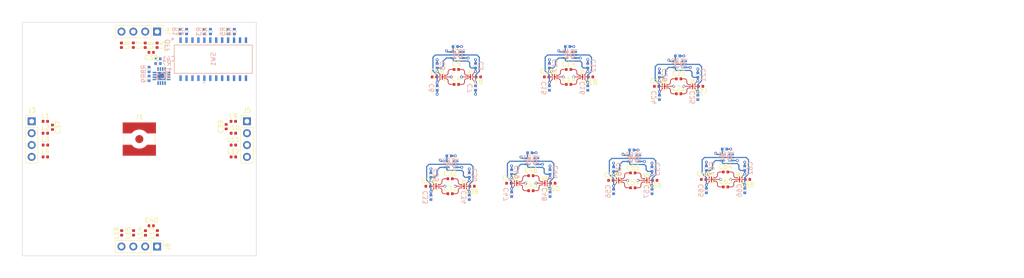
<source format=kicad_pcb>
(kicad_pcb (version 20211014) (generator pcbnew)
  (layers (0 "F.Cu" signal) (1 "In1.Cu" signal) (2 "In2.Cu" signal) (31 "B.Cu" signal) (34 "B.Paste" user) (35 "F.Paste" user) (36 "B.SilkS" user "B.Silkscreen") (37 "F.SilkS" user "F.Silkscreen") (38 "B.Mask" user) (39 "F.Mask" user) (44 "Edge.Cuts" user))
  (net 0 "")
  (net 1 "RF_SW_1_IN")
  (net 2 "/rf_domain/switch_design/RF_SW_1_C")
  (net 3 "+3V3")
  (net 4 "GND")
  (net 5 "/rf_domain/switch_design/VC_n")
  (net 6 "/rf_domain/switch_design/RF_SW_1_OUT_C_1")
  (net 7 "/rf_domain/switch_design/RF_SW_2_IN_C_2")
  (net 8 "/rf_domain/switch_design/RF_SW_1_OUT_C_2")
  (net 9 "/rf_domain/switch_design/RF_SW_2_IN_C_1")
  (net 10 "SW_1_CTL")
  (net 11 "RF_SW_2_OUT")
  (net 12 "/rf_domain/switch_design/RF_SW_2_C")
  (net 13 "CTL_0")
  (net 14 "CTL_1")
  (net 15 "CTL_2")
  (net 16 "CTL_3")
  (net 17 "CTL_4")
  (net 18 "CTL_5")
  (net 19 "CTL_6")
  (net 21 "Net-(IC1-Pad11)")
  (net 22 "I2C_SCL")
  (net 23 "I2C_SDA")
  (net 24 "Net-(J4-Pad1)")
  (net 25 "Net-(J4-Pad2)")
  (net 26 "Net-(J4-Pad3)")
  (net 27 "Net-(J4-Pad4)")
  (net 28 "Net-(J5-Pad1)")
  (net 29 "Net-(J5-Pad2)")
  (net 30 "Net-(J5-Pad3)")
  (net 31 "Net-(J5-Pad4)")
  (net 32 "Net-(J6-Pad1)")
  (net 33 "Net-(J6-Pad2)")
  (net 34 "Net-(J6-Pad3)")
  (net 35 "Net-(J6-Pad4)")
  (net 36 "Net-(R1-Pad2)")
  (net 37 "Net-(R2-Pad2)")
  (net 38 "Net-(R3-Pad2)")
  (net 39 "Net-(R4-Pad2)")
  (net 40 "Net-(R5-Pad2)")
  (net 41 "Net-(R6-Pad2)")
  (net 42 "/digital domain/AD2")
  (net 43 "/digital domain/AD0")
  (net 44 "/digital domain/AD1")
  (net 45 "Net-(J3-Pad1)")
  (net 46 "Net-(J3-Pad2)")
  (net 47 "Net-(J3-Pad3)")
  (net 48 "Net-(J3-Pad4)")
  (net 50 "/rf_domain/switch_design1/RF_SW_1_C")
  (net 51 "/rf_domain/switch_design1/VC_n")
  (net 52 "/rf_domain/switch_design1/RF_SW_1_OUT_C_1")
  (net 53 "/rf_domain/switch_design1/RF_SW_2_IN_C_2")
  (net 54 "/rf_domain/switch_design1/RF_SW_1_OUT_C_2")
  (net 55 "/rf_domain/switch_design1/RF_SW_2_IN_C_1")
  (net 56 "/rf_domain/switch_design1/RF_SW_2_C")
  (net 57 "/rf_domain/switch_design2/RF_SW_1_C")
  (net 58 "/rf_domain/switch_design2/VC_n")
  (net 59 "/rf_domain/switch_design2/RF_SW_1_OUT_C_1")
  (net 60 "/rf_domain/switch_design2/RF_SW_2_IN_C_2")
  (net 61 "/rf_domain/switch_design2/RF_SW_1_OUT_C_2")
  (net 62 "/rf_domain/switch_design2/RF_SW_2_IN_C_1")
  (net 63 "/rf_domain/switch_design2/RF_SW_2_C")
  (net 64 "/rf_domain/switch_design3/RF_SW_1_C")
  (net 65 "/rf_domain/switch_design3/VC_n")
  (net 66 "/rf_domain/switch_design3/RF_SW_1_OUT_C_1")
  (net 67 "/rf_domain/switch_design3/RF_SW_2_IN_C_2")
  (net 68 "/rf_domain/switch_design3/RF_SW_1_OUT_C_2")
  (net 69 "/rf_domain/switch_design3/RF_SW_2_IN_C_1")
  (net 70 "/rf_domain/switch_design3/RF_SW_2_C")
  (net 71 "/rf_domain/switch_design4/RF_SW_1_C")
  (net 72 "/rf_domain/switch_design4/VC_n")
  (net 73 "/rf_domain/switch_design4/RF_SW_1_OUT_C_1")
  (net 74 "/rf_domain/switch_design4/RF_SW_2_IN_C_2")
  (net 75 "/rf_domain/switch_design4/RF_SW_1_OUT_C_2")
  (net 76 "/rf_domain/switch_design4/RF_SW_2_IN_C_1")
  (net 77 "/rf_domain/switch_design4/RF_SW_2_C")
  (net 78 "/rf_domain/switch_design5/RF_SW_1_C")
  (net 79 "/rf_domain/switch_design5/VC_n")
  (net 80 "/rf_domain/switch_design5/RF_SW_1_OUT_C_1")
  (net 81 "/rf_domain/switch_design5/RF_SW_2_IN_C_2")
  (net 82 "/rf_domain/switch_design5/RF_SW_1_OUT_C_2")
  (net 83 "/rf_domain/switch_design5/RF_SW_2_IN_C_1")
  (net 84 "/rf_domain/switch_design5/RF_SW_2_C")
  (net 85 "/rf_domain/switch_design6/RF_SW_1_C")
  (net 86 "/rf_domain/switch_design6/VC_n")
  (net 87 "/rf_domain/switch_design6/RF_SW_1_OUT_C_1")
  (net 88 "/rf_domain/switch_design6/RF_SW_2_IN_C_2")
  (net 89 "/rf_domain/switch_design6/RF_SW_1_OUT_C_2")
  (net 90 "/rf_domain/switch_design6/RF_SW_2_IN_C_1")
  (net 91 "/rf_domain/switch_design6/RF_SW_2_C")
  (footprint "SKY13351-378LF:QFN6-LF" (layer "F.Cu") (at 158.233565 36.7075 -90)
    (fp_text reference "S6")
    (fp_text value "SKY13366-378LF")
  )
  (footprint "SKY13351-378LF:QFN6-LF" (layer "F.Cu") (at 134.721065 34.7 -90)
    (fp_text reference "S4")
    (fp_text value "SKY13366-378LF")
  )
  (footprint "Inductor_SMD:L_0402_1005Metric" (layer "F.Cu") (at 43.853286 68.079 90)
    (fp_text reference "L13")
    (fp_text value "36541E3N9JTDG")
  )
  (footprint "Capacitor_SMD:C_0402_1005Metric" (layer "F.Cu") (at 123.656066 59.05)
    (fp_text reference "C45")
    (fp_text value "100pF")
  )
  (footprint "SKY13351-378LF:QFN6-LF" (layer "F.Cu") (at 109.399999 58.1 -90)
    (fp_text reference "S8")
    (fp_text value "SKY13366-378LF")
  )
  (footprint "Capacitor_SMD:C_0402_1005Metric" (layer "F.Cu") (at 150.533566 36.7075)
    (fp_text reference "C19")
    (fp_text value "100pF")
  )
  (footprint "Inductor_SMD:L_0402_1005Metric" (layer "F.Cu") (at 60.102 49.28 180)
    (fp_text reference "L11")
    (fp_text value "36541E3N9JTDG")
  )
  (footprint "Capacitor_SMD:C_0402_1005Metric" (layer "F.Cu") (at 123.656066 55.85)
    (fp_text reference "C46")
    (fp_text value "100pF")
  )
  (footprint "SKY13351-378LF:QFN6-LF" (layer "F.Cu") (at 126.656065 57.45 -90)
    (fp_text reference "S10")
    (fp_text value "SKY13366-378LF")
  )
  (footprint "Connector_PinHeader_2.54mm:PinHeader_1x04_P2.54mm_Vertical" (layer "F.Cu") (at 43.8 71 -90)
    (fp_text reference "J6")
    (fp_text value "Conn_01x04_Male")
  )
  (footprint "Capacitor_SMD:C_0402_1005Metric" (layer "F.Cu") (at 131.721066 36.3)
    (fp_text reference "C13")
    (fp_text value "100pF")
  )
  (footprint "Capacitor_SMD:C_0402_1005Metric" (layer "F.Cu") (at 160.561066 56.643759)
    (fp_text reference "C60")
    (fp_text value "100pF")
  )
  (footprint "Inductor_SMD:L_0402_1005Metric" (layer "F.Cu") (at 38.72 27.898 -90)
    (fp_text reference "L7")
    (fp_text value "36541E3N9JTDG")
  )
  (footprint "SKY13351-378LF:QFN6-LF" (layer "F.Cu") (at 110.741065 34.7 -90)
    (fp_text reference "S2")
    (fp_text value "SKY13366-378LF")
  )
  (footprint "SKY13351-378LF:QFN6-LF" (layer "F.Cu") (at 168.261065 56.643759 -90)
    (fp_text reference "S14")
    (fp_text value "SKY13366-378LF")
  )
  (footprint "Connector_Coaxial:SMA_Amphenol_132134-10_Vertical" (layer "F.Cu") (at 40 48)
    (fp_text reference "J1")
    (fp_text value "Conn_Coaxial")
  )
  (footprint "Capacitor_SMD:C_0402_1005Metric" (layer "F.Cu") (at 136.421065 34.699999 180)
    (fp_text reference "C18")
    (fp_text value "100pF")
  )
  (footprint "SKY13351-378LF:QFN6-LF" (layer "F.Cu") (at 142.441066 56.843759 90)
    (fp_text reference "S11")
    (fp_text value "SKY13366-378LF")
  )
  (footprint "Inductor_SMD:L_0402_1005Metric" (layer "F.Cu") (at 36.233286 68.079 90)
    (fp_text reference "L16")
    (fp_text value "36541E3N9JTDG")
  )
  (footprint "Capacitor_SMD:C_0402_1005Metric" (layer "F.Cu") (at 58.555 45.343 90)
    (fp_text reference "C39")
    (fp_text value "100nF")
  )
  (footprint "Capacitor_SMD:C_0402_1005Metric" (layer "F.Cu") (at 42.54 66.555)
    (fp_text reference "C40")
    (fp_text value "100nF")
  )
  (footprint "Capacitor_SMD:C_0402_1005Metric" (layer "F.Cu") (at 111.099999 58.099999 180)
    (fp_text reference "C36")
    (fp_text value "100pF")
  )
  (footprint "Inductor_SMD:L_0402_1005Metric" (layer "F.Cu") (at 19.921 46.74)
    (fp_text reference "L2")
    (fp_text value "36541E3N9JTDG")
  )
  (footprint "Capacitor_SMD:C_0402_1005Metric" (layer "F.Cu") (at 165.261066 55.043759)
    (fp_text reference "C64")
    (fp_text value "100pF")
  )
  (footprint "Capacitor_SMD:C_0402_1005Metric" (layer "F.Cu") (at 159.933565 36.707499 180)
    (fp_text reference "C27")
    (fp_text value "100pF")
  )
  (footprint "Inductor_SMD:L_0402_1005Metric" (layer "F.Cu") (at 19.944 49.28)
    (fp_text reference "L3")
    (fp_text value "36541E3N9JTDG")
  )
  (footprint "SKY13351-378LF:QFN6-LF" (layer "F.Cu") (at 104.741065 34.7 90)
    (fp_text reference "S1")
    (fp_text value "SKY13366-378LF")
  )
  (footprint "Inductor_SMD:L_0402_1005Metric" (layer "F.Cu") (at 43.8 27.921 -90)
    (fp_text reference "L5")
    (fp_text value "36541E3N9JTDG")
  )
  (footprint "Inductor_SMD:L_0402_1005Metric" (layer "F.Cu") (at 60.102 46.74 180)
    (fp_text reference "L10")
    (fp_text value "36541E3N9JTDG")
  )
  (footprint "Capacitor_SMD:C_0402_1005Metric" (layer "F.Cu") (at 155.233566 35.1075)
    (fp_text reference "C23")
    (fp_text value "100pF")
  )
  (footprint "Connector_PinHeader_2.54mm:PinHeader_1x04_P2.54mm_Vertical" (layer "F.Cu") (at 43.8 25 -90)
    (fp_text reference "J4")
    (fp_text value "Conn_01x04_Male")
  )
  (footprint "SKY13351-378LF:QFN6-LF" (layer "F.Cu") (at 162.261066 56.643759 90)
    (fp_text reference "S13")
    (fp_text value "SKY13366-378LF")
  )
  (footprint "SKY13351-378LF:QFN6-LF" (layer "F.Cu") (at 120.656066 57.45 90)
    (fp_text reference "S9")
    (fp_text value "SKY13366-378LF")
  )
  (footprint "Inductor_SMD:L_0402_1005Metric" (layer "F.Cu") (at 60.079 44.2 180)
    (fp_text reference "L9")
    (fp_text value "36541E3N9JTDG")
  )
  (footprint "Inductor_SMD:L_0402_1005Metric" (layer "F.Cu") (at 41.313286 68.102 90)
    (fp_text reference "L14")
    (fp_text value "36541E3N9JTDG")
  )
  (footprint "Inductor_SMD:L_0402_1005Metric" (layer "F.Cu") (at 41.26 27.921 -90)
    (fp_text reference "L6")
    (fp_text value "36541E3N9JTDG")
  )
  (footprint "Capacitor_SMD:C_0402_1005Metric" (layer "F.Cu") (at 140.741066 56.843759)
    (fp_text reference "C51")
    (fp_text value "100pF")
  )
  (footprint "Inductor_SMD:L_0402_1005Metric" (layer "F.Cu") (at 36.18 27.921 -90)
    (fp_text reference "L8")
    (fp_text value "36541E3N9JTDG")
  )
  (footprint "Capacitor_SMD:C_0402_1005Metric" (layer "F.Cu") (at 106.4 56.5)
    (fp_text reference "C32")
    (fp_text value "100pF")
  )
  (footprint "Capacitor_SMD:C_0402_1005Metric" (layer "F.Cu") (at 127.021066 34.7)
    (fp_text reference "C10")
    (fp_text value "100pF")
  )
  (footprint "Capacitor_SMD:C_0402_1005Metric" (layer "F.Cu") (at 128.356065 57.449999 180)
    (fp_text reference "C50")
    (fp_text value "100pF")
  )
  (footprint "Capacitor_SMD:C_0402_1005Metric" (layer "F.Cu") (at 150.141065 56.843758 180)
    (fp_text reference "C59")
    (fp_text value "100pF")
  )
  (footprint "SKY13351-378LF:QFN6-LF" (layer "F.Cu") (at 152.233566 36.7075 90)
    (fp_text reference "S5")
    (fp_text value "SKY13366-378LF")
  )
  (footprint "Inductor_SMD:L_0402_1005Metric" (layer "F.Cu") (at 19.921 51.82)
    (fp_text reference "L4")
    (fp_text value "36541E3N9JTDG")
  )
  (footprint "Inductor_SMD:L_0402_1005Metric" (layer "F.Cu") (at 38.773286 68.079 90)
    (fp_text reference "L15")
    (fp_text value "36541E3N9JTDG")
  )
  (footprint "Capacitor_SMD:C_0402_1005Metric" (layer "F.Cu") (at 107.741065 33.1)
    (fp_text reference "C5")
    (fp_text value "100pF")
  )
  (footprint "Capacitor_SMD:C_0402_1005Metric" (layer "F.Cu") (at 112.441065 34.7 180)
    (fp_text reference "C9")
    (fp_text value "100pF")
  )
  (footprint "Capacitor_SMD:C_0402_1005Metric" (layer "F.Cu") (at 42.54 29.445)
    (fp_text reference "C38")
    (fp_text value "100nF")
  )
  (footprint "SKY13351-378LF:QFN6-LF" (layer "F.Cu") (at 148.441065 56.843759 -90)
    (fp_text reference "S12")
    (fp_text value "SKY13366-378LF")
  )
  (footprint "Capacitor_SMD:C_0402_1005Metric" (layer "F.Cu") (at 118.956066 57.45)
    (fp_text reference "C42")
    (fp_text value "100pF")
  )
  (footprint "Capacitor_SMD:C_0402_1005Metric" (layer "F.Cu") (at 106.4 59.7)
    (fp_text reference "C31")
    (fp_text value "100pF")
  )
  (footprint "Capacitor_SMD:C_0402_1005Metric" (layer "F.Cu") (at 131.721066 33.1)
    (fp_text reference "C14")
    (fp_text value "100pF")
  )
  (footprint "Inductor_SMD:L_0402_1005Metric" (layer "F.Cu") (at 60.102 51.82 180)
    (fp_text reference "L12")
    (fp_text value "36541E3N9JTDG")
  )
  (footprint "Connector_PinHeader_2.54mm:PinHeader_1x04_P2.54mm_Vertical" (layer "F.Cu") (at 17 44.2)
    (fp_text reference "J3")
    (fp_text value "Conn_01x04_Male")
  )
  (footprint "Capacitor_SMD:C_0402_1005Metric" (layer "F.Cu") (at 107.741065 36.3)
    (fp_text reference "C4")
    (fp_text value "100pF")
  )
  (footprint "SKY13351-378LF:QFN6-LF" (layer "F.Cu") (at 103.4 58.1 90)
    (fp_text reference "S7")
    (fp_text value "SKY13366-378LF")
  )
  (footprint "Inductor_SMD:L_0402_1005Metric" (layer "F.Cu") (at 19.921 44.2)
    (fp_text reference "L1")
    (fp_text value "36541E3N9JTDG")
  )
  (footprint "Capacitor_SMD:C_0402_1005Metric" (layer "F.Cu") (at 101.7 58.1)
    (fp_text reference "C28")
    (fp_text value "100pF")
  )
  (footprint "Capacitor_SMD:C_0402_1005Metric" (layer "F.Cu") (at 145.441066 55.243759)
    (fp_text reference "C55")
    (fp_text value "100pF")
  )
  (footprint "Capacitor_SMD:C_0402_1005Metric" (layer "F.Cu") (at 145.441066 58.443759)
    (fp_text reference "C54")
    (fp_text value "100pF")
  )
  (footprint "SKY13351-378LF:QFN6-LF" (layer "F.Cu") (at 128.721066 34.7 90)
    (fp_text reference "S3")
    (fp_text value "SKY13366-378LF")
  )
  (footprint "Capacitor_SMD:C_0402_1005Metric" (layer "F.Cu") (at 169.961065 56.643758 180)
    (fp_text reference "C68")
    (fp_text value "100pF")
  )
  (footprint "Capacitor_SMD:C_0402_1005Metric" (layer "F.Cu") (at 165.261066 58.243759)
    (fp_text reference "C63")
    (fp_text value "100pF")
  )
  (footprint "Connector_PinHeader_2.54mm:PinHeader_1x04_P2.54mm_Vertical" (layer "F.Cu") (at 63 44.2)
    (fp_text reference "J5")
    (fp_text value "Conn_01x04_Male")
  )
  (footprint "Capacitor_SMD:C_0402_1005Metric" (layer "F.Cu") (at 103.041065 34.7)
    (fp_text reference "C1")
    (fp_text value "100pF")
  )
  (footprint "Capacitor_SMD:C_0402_1005Metric" (layer "F.Cu") (at 155.233566 38.3075)
    (fp_text reference "C22")
    (fp_text value "100pF")
  )
  (footprint "Capacitor_SMD:C_0402_1005Metric" (layer "F.Cu") (at 21.445 45.47 90)
    (fp_text reference "C37")
    (fp_text value "100nF")
  )
  (footprint "Capacitor_SMD:C_0402_1005Metric" (layer "B.Cu") (at 155.008565 30.2075)
    (fp_text reference "C20")
    (fp_text value "100nF")
  )
  (footprint "Capacitor_SMD:C_0402_1005Metric" (layer "B.Cu") (at 165.036065 50.143759)
    (fp_text reference "C61")
    (fp_text value "100nF")
  )
  (footprint "Capacitor_SMD:C_0402_1005Metric" (layer "B.Cu") (at 159.333565 34.307499 90)
    (fp_text reference "C21")
    (fp_text value "33pF")
  )
  (footprint "Capacitor_SMD:C_0402_1005Metric" (layer "B.Cu") (at 102.3 60.48 -90)
    (fp_text reference "C33")
    (fp_text value "33pF")
  )
  (footprint "SamacSys_Parts:SOT65P210X110-5N" (layer "B.Cu") (at 145.691065 52.143759 180)
    (fp_text reference "U6")
    (fp_text value "SN74AUP1T04DCKR" hide)
  )
  (footprint "Resistor_SMD:R_0402_1005Metric" (layer "B.Cu") (at 50.1 24.99 -90)
    (fp_text reference "R2")
    (fp_text value "10k")
  )
  (footprint "Capacitor_SMD:C_0402_1005Metric" (layer "B.Cu") (at 103.641065 32.3 90)
    (fp_text reference "C8")
    (fp_text value "33pF")
  )
  (footprint "Capacitor_SMD:C_0402_1005Metric" (layer "B.Cu") (at 123.431065 50.95)
    (fp_text reference "C43")
    (fp_text value "100nF")
  )
  (footprint "Resistor_SMD:R_0402_1005Metric" (layer "B.Cu") (at 53.9 24.99 -90)
    (fp_text reference "R3")
    (fp_text value "10k")
  )
  (footprint "Capacitor_SMD:C_0402_1005Metric" (layer "B.Cu") (at 103.641065 37.08 -90)
    (fp_text reference "C6")
    (fp_text value "33pF")
  )
  (footprint "SamacSys_Parts:SOT65P210X110-5N" (layer "B.Cu") (at 155.483565 32.0075 180)
    (fp_text reference "U3")
    (fp_text value "SN74AUP1T04DCKR" hide)
  )
  (footprint "Capacitor_SMD:C_0402_1005Metric" (layer "B.Cu") (at 119.556065 55.05 90)
    (fp_text reference "C49")
    (fp_text value "33pF")
  )
  (footprint "Capacitor_SMD:C_0402_1005Metric" (layer "B.Cu") (at 151.133566 39.0875 -90)
    (fp_text reference "C24")
    (fp_text value "33pF")
  )
  (footprint "Capacitor_SMD:C_0402_1005Metric" (layer "B.Cu") (at 151.133565 34.3075 90)
    (fp_text reference "C26")
    (fp_text value "33pF")
  )
  (footprint "Capacitor_SMD:C_0402_1005Metric" (layer "B.Cu") (at 111.841065 32.3 90)
    (fp_text reference "C3")
    (fp_text value "33pF")
  )
  (footprint "Resistor_SMD:R_0402_1005Metric" (layer "B.Cu") (at 55.2 24.99 -90)
    (fp_text reference "R4")
    (fp_text value "10k")
  )
  (footprint "Capacitor_SMD:C_0402_1005Metric" (layer "B.Cu") (at 111.841065 37.08 -90)
    (fp_text reference "C7")
    (fp_text value "33pF")
  )
  (footprint "Capacitor_SMD:C_0402_1005Metric" (layer "B.Cu") (at 127.756065 59.829999 -90)
    (fp_text reference "C48")
    (fp_text value "33pF")
  )
  (footprint "Capacitor_SMD:C_0402_1005Metric" (layer "B.Cu") (at 43.988 30.817 180)
    (fp_text reference "C41")
    (fp_text value "100nF")
  )
  (footprint "SamacSys_Parts:QFN50P300X300X100-17N-D" (layer "B.Cu") (at 44.75 34.5 180)
    (fp_text reference "IC1")
    (fp_text value "PCA9670BS,118" hide)
  )
  (footprint "Capacitor_SMD:C_0402_1005Metric" (layer "B.Cu") (at 127.621065 32.3 90)
    (fp_text reference "C17")
    (fp_text value "33pF")
  )
  (footprint "Capacitor_SMD:C_0402_1005Metric" (layer "B.Cu") (at 102.299999 55.7 90)
    (fp_text reference "C35")
    (fp_text value "33pF")
  )
  (footprint "SamacSys_Parts:SOT65P210X110-5N" (layer "B.Cu") (at 123.906065 52.75 180)
    (fp_text reference "U5")
    (fp_text value "SN74AUP1T04DCKR" hide)
  )
  (footprint "Resistor_SMD:R_0402_1005Metric" (layer "B.Cu") (at 48.8 24.99 -90)
    (fp_text reference "R1")
    (fp_text value "10k")
  )
  (footprint "Capacitor_SMD:C_0402_1005Metric" (layer "B.Cu") (at 169.361065 54.243758 90)
    (fp_text reference "C62")
    (fp_text value "33pF")
  )
  (footprint "Resistor_SMD:R_0402_1005Metric" (layer "B.Cu") (at 43.988 31.833 180)
    (fp_text reference "R7")
    (fp_text value "10k")
  )
  (footprint "Capacitor_SMD:C_0402_1005Metric" (layer "B.Cu") (at 127.756065 55.049999 90)
    (fp_text reference "C44")
    (fp_text value "33pF")
  )
  (footprint "Capacitor_SMD:C_0402_1005Metric" (layer "B.Cu") (at 119.556066 59.83 -90)
    (fp_text reference "C47")
    (fp_text value "33pF")
  )
  (footprint "Capacitor_SMD:C_0402_1005Metric" (layer "B.Cu") (at 149.541065 59.223758 -90)
    (fp_text reference "C57")
    (fp_text value "33pF")
  )
  (footprint "Capacitor_SMD:C_0402_1005Metric" (layer "B.Cu") (at 135.821065 37.079999 -90)
    (fp_text reference "C16")
    (fp_text value "33pF")
  )
  (footprint "Resistor_SMD:R_0402_1005Metric" (layer "B.Cu") (at 59 24.99 -90)
    (fp_text reference "R5")
    (fp_text value "10k")
  )
  (footprint "Capacitor_SMD:C_0402_1005Metric" (layer "B.Cu") (at 107.516065 28.2)
    (fp_text reference "C2")
    (fp_text value "100nF")
  )
  (footprint "SamacSys_Parts:SOT65P210X110-5N" (layer "B.Cu") (at 106.649999 53.4 180)
    (fp_text reference "U4")
    (fp_text value "SN74AUP1T04DCKR" hide)
  )
  (footprint "Capacitor_SMD:C_0402_1005Metric" (layer "B.Cu") (at 127.621066 37.08 -90)
    (fp_text reference "C15")
    (fp_text value "33pF")
  )
  (footprint "Resistor_SMD:R_0402_1005Metric" (layer "B.Cu") (at 42.083 33.103 -90)
    (fp_text reference "R8")
    (fp_text value "10k")
  )
  (footprint "Resistor_SMD:R_0402_1005Metric" (layer "B.Cu") (at 60.3 24.99 -90)
    (fp_text reference "R6")
    (fp_text value "10k")
  )
  (footprint "Capacitor_SMD:C_0402_1005Metric" (layer "B.Cu") (at 141.341066 59.223759 -90)
    (fp_text reference "C56")
    (fp_text value "33pF")
  )
  (footprint "Capacitor_SMD:C_0402_1005Metric" (layer "B.Cu") (at 169.361065 59.023758 -90)
    (fp_text reference "C66")
    (fp_text value "33pF")
  )
  (footprint "Capacitor_SMD:C_0402_1005Metric" (layer "B.Cu") (at 141.341065 54.443759 90)
    (fp_text reference "C58")
    (fp_text value "33pF")
  )
  (footprint "Capacitor_SMD:C_0402_1005Metric" (layer "B.Cu") (at 161.161066 59.023759 -90)
    (fp_text reference "C65")
    (fp_text value "33pF")
  )
  (footprint "Capacitor_SMD:C_0402_1005Metric" (layer "B.Cu") (at 159.333565 39.087499 -90)
    (fp_text reference "C25")
    (fp_text value "33pF")
  )
  (footprint "Capacitor_SMD:C_0402_1005Metric" (layer "B.Cu") (at 110.499999 60.479999 -90)
    (fp_text reference "C34")
    (fp_text value "33pF")
  )
  (footprint "Capacitor_SMD:C_0402_1005Metric" (layer "B.Cu") (at 135.821065 32.299999 90)
    (fp_text reference "C12")
    (fp_text value "33pF")
  )
  (footprint "Capacitor_SMD:C_0402_1005Metric" (layer "B.Cu") (at 131.496065 28.2)
    (fp_text reference "C11")
    (fp_text value "100nF")
  )
  (footprint "Capacitor_SMD:C_0402_1005Metric" (layer "B.Cu") (at 149.541065 54.443758 90)
    (fp_text reference "C53")
    (fp_text value "33pF")
  )
  (footprint "Capacitor_SMD:C_0402_1005Metric" (layer "B.Cu") (at 110.499999 55.699999 90)
    (fp_text reference "C30")
    (fp_text value "33pF")
  )
  (footprint "SamacSys_Parts:SOT65P210X110-5N" (layer "B.Cu") (at 107.991065 30 180)
    (fp_text reference "U1")
    (fp_text value "SN74AUP1T04DCKR" hide)
  )
  (footprint "SamacSys_Parts:SOT65P210X110-5N" (layer "B.Cu") (at 131.971065 30 180)
    (fp_text reference "U2")
    (fp_text value "SN74AUP1T04DCKR" hide)
  )
  (footprint "Resistor_SMD:R_0402_1005Metric" (layer "B.Cu") (at 42.083 35.008 90)
    (fp_text reference "R9")
    (fp_text value "10k")
  )
  (footprint "SamacSys_Parts:SOT65P210X110-5N" (layer "B.Cu") (at 165.511065 51.943759 180)
    (fp_text reference "U7")
    (fp_text value "SN74AUP1T04DCKR" hide)
  )
  (footprint "Capacitor_SMD:C_0402_1005Metric" (layer "B.Cu") (at 161.161065 54.243759 90)
    (fp_text reference "C67")
    (fp_text value "33pF")
  )
  (footprint "218-12LPST_footprint:218-12LP_CTS" (layer "B.Cu") (at 55.8 30.9 -90)
    (fp_text reference "SW1")
    (fp_text value "SW_DIP_x12")
  )
  (footprint "Capacitor_SMD:C_0402_1005Metric" (layer "B.Cu") (at 145.216065 50.343759)
    (fp_text reference "C52")
    (fp_text value "100nF")
  )
  (footprint "Capacitor_SMD:C_0402_1005Metric" (layer "B.Cu") (at 106.174999 51.6)
    (fp_text reference "C29")
    (fp_text value "100nF")
  )
  (gr_line locked (start 65 73) (end 15 73) (layer "Edge.Cuts") (width 0.1))
  (gr_line locked (start 15 23) (end 65 23) (layer "Edge.Cuts") (width 0.1))
  (gr_line locked (start 15 73) (end 15 23) (layer "Edge.Cuts") (width 0.1))
  (gr_line locked (start 65 23) (end 65 73) (layer "Edge.Cuts") (width 0.1))
  (segment (start 104.256065 34.7) (end 103.521065 34.7) (width 0.1564) (layer "F.Cu") (net 2))
  (via (at 105.641065 29.1) (size 0.6) (drill 0.3) (layers "F.Cu" "B.Cu") (net 3))
  (via (at 129.621065 29.1) (size 0.6) (drill 0.3) (layers "F.Cu" "B.Cu") (net 3))
  (via (at 153.133565 31.1075) (size 0.6) (drill 0.3) (layers "F.Cu" "B.Cu") (net 3))
  (via (at 104.299999 52.5) (size 0.6) (drill 0.3) (layers "F.Cu" "B.Cu") (net 3))
  (via (at 121.556065 51.85) (size 0.6) (drill 0.3) (layers "F.Cu" "B.Cu") (net 3))
  (via (at 143.341065 51.243759) (size 0.6) (drill 0.3) (layers "F.Cu" "B.Cu") (net 3))
  (via (at 163.161065 51.043759) (size 0.6) (drill 0.3) (layers "F.Cu" "B.Cu") (net 3))
  (segment (start 131.021065 28.205) (end 131.016065 28.2) (width 0.25) (layer "B.Cu") (net 3))
  (segment (start 154.533565 30.2125) (end 154.528565 30.2075) (width 0.25) (layer "B.Cu") (net 3))
  (segment (start 105.699999 51.605) (end 105.694999 51.6) (width 0.25) (layer "B.Cu") (net 3))
  (segment (start 122.956065 50.955) (end 122.951065 50.95) (width 0.25) (layer "B.Cu") (net 3))
  (segment (start 144.741065 50.348759) (end 144.736065 50.343759) (width 0.25) (layer "B.Cu") (net 3))
  (segment (start 164.561065 50.148759) (end 164.556065 50.143759) (width 0.25) (layer "B.Cu") (net 3))
  (segment (start 107.041065 28.205) (end 107.036065 28.2) (width 0.25) (layer "B.Cu") (net 3))
  (segment (start 129.871065 29.35) (end 129.621065 29.1) (width 0.25) (layer "B.Cu") (net 3))
  (segment (start 153.383565 31.3575) (end 153.133565 31.1075) (width 0.25) (layer "B.Cu") (net 3))
  (segment (start 104.549999 52.75) (end 104.299999 52.5) (width 0.25) (layer "B.Cu") (net 3))
  (segment (start 143.591065 51.493759) (end 143.341065 51.243759) (width 0.25) (layer "B.Cu") (net 3))
  (segment (start 121.806065 52.1) (end 121.556065 51.85) (width 0.25) (layer "B.Cu") (net 3))
  (segment (start 163.411065 51.293759) (end 163.161065 51.043759) (width 0.25) (layer "B.Cu") (net 3))
  (segment (start 105.891065 29.35) (end 105.641065 29.1) (width 0.25) (layer "B.Cu") (net 3))
  (segment (start 131.021065 29.35) (end 131.021065 28.205) (width 0.25) (layer "B.Cu") (net 3))
  (segment (start 154.533565 31.3575) (end 154.533565 30.2125) (width 0.25) (layer "B.Cu") (net 3))
  (segment (start 105.699999 52.75) (end 105.699999 51.605) (width 0.25) (layer "B.Cu") (net 3))
  (segment (start 122.956065 52.1) (end 122.956065 50.955) (width 0.25) (layer "B.Cu") (net 3))
  (segment (start 144.741065 51.493759) (end 144.741065 50.348759) (width 0.25) (layer "B.Cu") (net 3))
  (segment (start 164.561065 51.293759) (end 164.561065 50.148759) (width 0.25) (layer "B.Cu") (net 3))
  (segment (start 107.041065 29.35) (end 107.041065 28.205) (width 0.25) (layer "B.Cu") (net 3))
  (segment (start 131.021065 29.35) (end 129.871065 29.35) (width 0.25) (layer "B.Cu") (net 3))
  (segment (start 154.533565 31.3575) (end 153.383565 31.3575) (width 0.25) (layer "B.Cu") (net 3))
  (segment (start 105.699999 52.75) (end 104.549999 52.75) (width 0.25) (layer "B.Cu") (net 3))
  (segment (start 144.741065 51.493759) (end 143.591065 51.493759) (width 0.25) (layer "B.Cu") (net 3))
  (segment (start 122.956065 52.1) (end 121.806065 52.1) (width 0.25) (layer "B.Cu") (net 3))
  (segment (start 164.561065 51.293759) (end 163.411065 51.293759) (width 0.25) (layer "B.Cu") (net 3))
  (segment (start 107.041065 29.35) (end 105.891065 29.35) (width 0.25) (layer "B.Cu") (net 3))
  (segment (start 129.206065 34.7) (end 130.721065 34.7) (width 0.15) (layer "F.Cu") (net 4))
  (segment (start 152.718565 36.7075) (end 154.233565 36.7075) (width 0.15) (layer "F.Cu") (net 4))
  (segment (start 103.884999 58.1) (end 105.399999 58.1) (width 0.15) (layer "F.Cu") (net 4))
  (segment (start 121.141065 57.45) (end 122.656065 57.45) (width 0.15) (layer "F.Cu") (net 4))
  (segment (start 142.926065 56.843759) (end 144.441065 56.843759) (width 0.15) (layer "F.Cu") (net 4))
  (segment (start 162.746065 56.643759) (end 164.261065 56.643759) (width 0.15) (layer "F.Cu") (net 4))
  (segment (start 105.226065 34.7) (end 106.741065 34.7) (width 0.15) (layer "F.Cu") (net 4))
  (segment (start 134.236065 34.7) (end 132.821065 34.7) (width 0.15) (layer "F.Cu") (net 4))
  (segment (start 157.748565 36.7075) (end 156.333565 36.7075) (width 0.15) (layer "F.Cu") (net 4))
  (segment (start 108.914999 58.1) (end 107.499999 58.1) (width 0.15) (layer "F.Cu") (net 4))
  (segment (start 126.171065 57.45) (end 124.756065 57.45) (width 0.15) (layer "F.Cu") (net 4))
  (segment (start 147.956065 56.843759) (end 146.541065 56.843759) (width 0.15) (layer "F.Cu") (net 4))
  (segment (start 167.776065 56.643759) (end 166.361065 56.643759) (width 0.15) (layer "F.Cu") (net 4))
  (segment (start 110.256065 34.7) (end 108.841065 34.7) (width 0.15) (layer "F.Cu") (net 4))
  (via (at 103.641065 31) (size 0.6) (drill 0.3) (layers "F.Cu" "B.Cu") (net 4))
  (via (at 151.133565 33.0075) (size 0.6) (drill 0.3) (layers "F.Cu" "B.Cu") (net 4))
  (via (at 127.621065 31) (size 0.6) (drill 0.3) (layers "F.Cu" "B.Cu") (net 4))
  (via (at 102.299999 54.4) (size 0.6) (drill 0.3) (layers "F.Cu" "B.Cu") (net 4))
  (via (at 119.556065 53.75) (size 0.6) (drill 0.3) (layers "F.Cu" "B.Cu") (net 4))
  (via (at 161.161065 52.943759) (size 0.6) (drill 0.3) (layers "F.Cu" "B.Cu") (net 4))
  (via (at 141.341065 53.143759) (size 0.6) (drill 0.3) (layers "F.Cu" "B.Cu") (net 4))
  (via (at 111.841065 38.4) (size 0.6) (drill 0.3) (layers "F.Cu" "B.Cu") (net 4))
  (via (at 108.841065 34.7) (size 0.6) (drill 0.3) (layers "F.Cu" "B.Cu") (net 4))
  (via (at 132.821065 34.7) (size 0.6) (drill 0.3) (layers "F.Cu" "B.Cu") (net 4))
  (via (at 156.333565 36.7075) (size 0.6) (drill 0.3) (layers "F.Cu" "B.Cu") (net 4))
  (via (at 124.756065 57.45) (size 0.6) (drill 0.3) (layers "F.Cu" "B.Cu") (net 4))
  (via (at 107.499999 58.1) (size 0.6) (drill 0.3) (layers "F.Cu" "B.Cu") (net 4))
  (via (at 146.541065 56.843759) (size 0.6) (drill 0.3) (layers "F.Cu" "B.Cu") (net 4))
  (via (at 166.361065 56.643759) (size 0.6) (drill 0.3) (layers "F.Cu" "B.Cu") (net 4))
  (via (at 111.841065 31) (size 0.6) (drill 0.3) (layers "F.Cu" "B.Cu") (net 4))
  (via (at 159.333565 33.0075) (size 0.6) (drill 0.3) (layers "F.Cu" "B.Cu") (net 4))
  (via (at 135.821065 31) (size 0.6) (drill 0.3) (layers "F.Cu" "B.Cu") (net 4))
  (via (at 127.756065 53.75) (size 0.6) (drill 0.3) (layers "F.Cu" "B.Cu") (net 4))
  (via (at 110.499999 54.4) (size 0.6) (drill 0.3) (layers "F.Cu" "B.Cu") (net 4))
  (via (at 169.361065 52.943759) (size 0.6) (drill 0.3) (layers "F.Cu" "B.Cu") (net 4))
  (via (at 149.541065 53.143759) (size 0.6) (drill 0.3) (layers "F.Cu" "B.Cu") (net 4))
  (via (at 103.641065 38.4) (size 0.6) (drill 0.3) (layers "F.Cu" "B.Cu") (net 4))
  (via (at 106.641065 34.7) (size 0.6) (drill 0.3) (layers "F.Cu" "B.Cu") (net 4))
  (via (at 154.133565 36.7075) (size 0.6) (drill 0.3) (layers "F.Cu" "B.Cu") (net 4))
  (via (at 130.621065 34.7) (size 0.6) (drill 0.3) (layers "F.Cu" "B.Cu") (net 4))
  (via (at 122.556065 57.45) (size 0.6) (drill 0.3) (layers "F.Cu" "B.Cu") (net 4))
  (via (at 105.299999 58.1) (size 0.6) (drill 0.3) (layers "F.Cu" "B.Cu") (net 4))
  (via (at 144.341065 56.843759) (size 0.6) (drill 0.3) (layers "F.Cu" "B.Cu") (net 4))
  (via (at 164.161065 56.643759) (size 0.6) (drill 0.3) (layers "F.Cu" "B.Cu") (net 4))
  (via (at 110.241065 30.65) (size 0.6) (drill 0.3) (layers "F.Cu" "B.Cu") (net 4))
  (via (at 157.733565 32.6575) (size 0.6) (drill 0.3) (layers "F.Cu" "B.Cu") (net 4))
  (via (at 134.221065 30.65) (size 0.6) (drill 0.3) (layers "F.Cu" "B.Cu") (net 4))
  (via (at 108.899999 54.05) (size 0.6) (drill 0.3) (layers "F.Cu" "B.Cu") (net 4))
  (via (at 126.156065 53.4) (size 0.6) (drill 0.3) (layers "F.Cu" "B.Cu") (net 4))
  (via (at 147.941065 52.793759) (size 0.6) (drill 0.3) (layers "F.Cu" "B.Cu") (net 4))
  (via (at 167.761065 52.593759) (size 0.6) (drill 0.3) (layers "F.Cu" "B.Cu") (net 4))
  (via (at 108.841065 28.2) (size 0.6) (drill 0.3) (layers "F.Cu" "B.Cu") (net 4))
  (via (at 132.821065 28.2) (size 0.6) (drill 0.3) (layers "F.Cu" "B.Cu") (net 4))
  (via (at 156.333565 30.2075) (size 0.6) (drill 0.3) (layers "F.Cu" "B.Cu") (net 4))
  (via (at 124.756065 50.95) (size 0.6) (drill 0.3) (layers "F.Cu" "B.Cu") (net 4))
  (via (at 107.499999 51.6) (size 0.6) (drill 0.3) (layers "F.Cu" "B.Cu") (net 4))
  (via (at 146.541065 50.343759) (size 0.6) (drill 0.3) (layers "F.Cu" "B.Cu") (net 4))
  (via (at 166.361065 50.143759) (size 0.6) (drill 0.3) (layers "F.Cu" "B.Cu") (net 4))
  (segment (start 127.621065 31.82) (end 127.621065 31) (width 0.25) (layer "B.Cu") (net 4))
  (segment (start 151.133565 33.8275) (end 151.133565 33.0075) (width 0.25) (layer "B.Cu") (net 4))
  (segment (start 102.299999 55.22) (end 102.299999 54.4) (width 0.25) (layer "B.Cu") (net 4))
  (segment (start 119.556065 54.57) (end 119.556065 53.75) (width 0.25) (layer "B.Cu") (net 4))
  (segment (start 141.341065 53.963759) (end 141.341065 53.143759) (width 0.25) (layer "B.Cu") (net 4))
  (segment (start 161.161065 53.763759) (end 161.161065 52.943759) (width 0.25) (layer "B.Cu") (net 4))
  (segment (start 103.641065 31.82) (end 103.641065 31) (width 0.25) (layer "B.Cu") (net 4))
  (segment (start 135.821065 31.82) (end 135.821065 31) (width 0.25) (layer "B.Cu") (net 4))
  (segment (start 159.333565 33.8275) (end 159.333565 33.0075) (width 0.25) (layer "B.Cu") (net 4))
  (segment (start 110.499999 55.22) (end 110.499999 54.4) (width 0.25) (layer "B.Cu") (net 4))
  (segment (start 127.756065 54.57) (end 127.756065 53.75) (width 0.25) (layer "B.Cu") (net 4))
  (segment (start 149.541065 53.963759) (end 149.541065 53.143759) (width 0.25) (layer "B.Cu") (net 4))
  (segment (start 169.361065 53.763759) (end 169.361065 52.943759) (width 0.25) (layer "B.Cu") (net 4))
  (segment (start 111.841065 31.82) (end 111.841065 31) (width 0.25) (layer "B.Cu") (net 4))
  (segment (start 111.841065 37.56) (end 111.841065 38.4) (width 0.25) (layer "B.Cu") (net 4))
  (segment (start 103.641065 37.56) (end 103.641065 38.4) (width 0.25) (layer "B.Cu") (net 4))
  (segment (start 132.921065 30.65) (end 134.221065 30.65) (width 0.25) (layer "B.Cu") (net 4))
  (segment (start 156.433565 32.6575) (end 157.733565 32.6575) (width 0.25) (layer "B.Cu") (net 4))
  (segment (start 107.599999 54.05) (end 108.899999 54.05) (width 0.25) (layer "B.Cu") (net 4))
  (segment (start 124.856065 53.4) (end 126.156065 53.4) (width 0.25) (layer "B.Cu") (net 4))
  (segment (start 146.641065 52.793759) (end 147.941065 52.793759) (width 0.25) (layer "B.Cu") (net 4))
  (segment (start 166.461065 52.593759) (end 167.761065 52.593759) (width 0.25) (layer "B.Cu") (net 4))
  (segment (start 108.941065 30.65) (end 110.241065 30.65) (width 0.25) (layer "B.Cu") (net 4))
  (segment (start 131.976065 28.2) (end 132.821065 28.2) (width 0.25) (layer "B.Cu") (net 4))
  (segment (start 155.488565 30.2075) (end 156.333565 30.2075) (width 0.25) (layer "B.Cu") (net 4))
  (segment (start 106.654999 51.6) (end 107.499999 51.6) (width 0.25) (layer "B.Cu") (net 4))
  (segment (start 123.911065 50.95) (end 124.756065 50.95) (width 0.25) (layer "B.Cu") (net 4))
  (segment (start 145.696065 50.343759) (end 146.541065 50.343759) (width 0.25) (layer "B.Cu") (net 4))
  (segment (start 165.516065 50.143759) (end 166.361065 50.143759) (width 0.25) (layer "B.Cu") (net 4))
  (segment (start 107.996065 28.2) (end 108.841065 28.2) (width 0.25) (layer "B.Cu") (net 4))
  (segment (start 111.226065 34.35) (end 111.226065 34.115) (width 0.1564) (layer "F.Cu") (net 5))
  (segment (start 111.226065 34.115) (end 111.841065 33.5) (width 0.1564) (layer "F.Cu") (net 5))
  (segment (start 104.256065 34.115) (end 103.641065 33.5) (width 0.1564) (layer "F.Cu") (net 5))
  (segment (start 104.256065 34.35) (end 104.256065 34.115) (width 0.1564) (layer "F.Cu") (net 5))
  (via (at 111.841065 33.5) (size 0.6) (drill 0.3) (layers "F.Cu" "B.Cu") (net 5))
  (via (at 103.641065 33.5) (size 0.6) (drill 0.3) (layers "F.Cu" "B.Cu") (net 5))
  (segment (start 110.241065 31.3) (end 110.591065 31.65) (width 0.25) (layer "B.Cu") (net 5))
  (segment (start 111.841065 32.78) (end 111.841065 33.5) (width 0.25) (layer "B.Cu") (net 5))
  (segment (start 104.941065 32.3) (end 104.461065 32.78) (width 0.25) (layer "B.Cu") (net 5))
  (segment (start 103.641065 32.78) (end 103.641065 33.5) (width 0.25) (layer "B.Cu") (net 5))
  (segment (start 107.241065 31.3) (end 110.241065 31.3) (width 0.25) (layer "B.Cu") (net 5))
  (segment (start 107.041065 30.65) (end 105.591065 30.65) (width 0.25) (layer "B.Cu") (net 5))
  (segment (start 110.921065 32.78) (end 111.841065 32.78) (width 0.25) (layer "B.Cu") (net 5))
  (segment (start 105.591065 30.65) (end 104.941065 31.3) (width 0.25) (layer "B.Cu") (net 5))
  (segment (start 107.041065 30.65) (end 107.041065 31.1) (width 0.25) (layer "B.Cu") (net 5))
  (segment (start 110.591065 31.65) (end 110.591065 32.45) (width 0.25) (layer "B.Cu") (net 5))
  (segment (start 104.461065 32.78) (end 103.641065 32.78) (width 0.25) (layer "B.Cu") (net 5))
  (segment (start 104.941065 31.3) (end 104.941065 32.3) (width 0.25) (layer "B.Cu") (net 5))
  (segment (start 107.041065 31.1) (end 107.241065 31.3) (width 0.25) (layer "B.Cu") (net 5))
  (segment (start 110.591065 32.45) (end 110.921065 32.78) (width 0.25) (layer "B.Cu") (net 5))
  (segment (start 106.503197 36.3) (end 107.261065 36.3) (width 0.15) (layer "F.Cu") (net 6))
  (segment (start 105.991065 35.562132) (end 105.991065 35.787867) (width 0.15) (layer "F.Cu") (net 6))
  (segment (start 105.478932 35.05) (end 105.226065 35.05) (width 0.15) (layer "F.Cu") (net 6))
  (arc (start 105.841065 35.2) (mid 105.952081 35.366147) (end 105.991065 35.562132) (width 0.15) (layer "F.Cu") (net 6))
  (arc (start 105.991065 35.787867) (mid 106.030048 35.983852) (end 106.141065 36.15) (width 0.15) (layer "F.Cu") (net 6))
  (arc (start 106.141065 36.15) (mid 106.307212 36.261016) (end 106.503197 36.3) (width 0.15) (layer "F.Cu") (net 6))
  (arc (start 105.841065 35.2) (mid 105.674917 35.088983) (end 105.478932 35.05) (width 0.15) (layer "F.Cu") (net 6))
  (segment (start 110.003197 35.05) (end 110.256065 35.05) (width 0.15) (layer "F.Cu") (net 7))
  (segment (start 108.978932 36.3) (end 108.221065 36.3) (width 0.15) (layer "F.Cu") (net 7))
  (segment (start 109.491065 35.787867) (end 109.491065 35.562132) (width 0.15) (layer "F.Cu") (net 7))
  (arc (start 109.641065 35.2) (mid 109.530048 35.366147) (end 109.491065 35.562132) (width 0.15) (layer "F.Cu") (net 7))
  (arc (start 110.003197 35.05) (mid 109.807212 35.088983) (end 109.641065 35.2) (width 0.15) (layer "F.Cu") (net 7))
  (arc (start 109.341065 36.15) (mid 109.174917 36.261016) (end 108.978932 36.3) (width 0.15) (layer "F.Cu") (net 7))
  (arc (start 109.491065 35.787867) (mid 109.452081 35.983852) (end 109.341065 36.15) (width 0.15) (layer "F.Cu") (net 7))
  (segment (start 106.503197 33.1) (end 107.261065 33.1) (width 0.15) (layer "F.Cu") (net 8))
  (segment (start 105.991065 33.612132) (end 105.991065 33.837867) (width 0.15) (layer "F.Cu") (net 8))
  (segment (start 105.478932 34.35) (end 105.226065 34.35) (width 0.15) (layer "F.Cu") (net 8))
  (arc (start 106.141065 33.25) (mid 106.030048 33.416147) (end 105.991065 33.612132) (width 0.15) (layer "F.Cu") (net 8))
  (arc (start 105.991065 33.837867) (mid 105.952081 34.033852) (end 105.841065 34.2) (width 0.15) (layer "F.Cu") (net 8))
  (arc (start 106.503197 33.1) (mid 106.307212 33.138983) (end 106.141065 33.25) (width 0.15) (layer "F.Cu") (net 8))
  (arc (start 105.841065 34.2) (mid 105.674917 34.311016) (end 105.478932 34.35) (width 0.15) (layer "F.Cu") (net 8))
  (segment (start 110.003197 34.35) (end 110.256065 34.35) (width 0.15) (layer "F.Cu") (net 9))
  (segment (start 109.491065 33.612132) (end 109.491065 33.837867) (width 0.15) (layer "F.Cu") (net 9))
  (segment (start 108.978932 33.1) (end 108.221065 33.1) (width 0.15) (layer "F.Cu") (net 9))
  (arc (start 109.341065 33.25) (mid 109.174917 33.138983) (end 108.978932 33.1) (width 0.15) (layer "F.Cu") (net 9))
  (arc (start 109.341065 33.25) (mid 109.452081 33.416147) (end 109.491065 33.612132) (width 0.15) (layer "F.Cu") (net 9))
  (arc (start 109.641065 34.2) (mid 109.807212 34.311016) (end 110.003197 34.35) (width 0.15) (layer "F.Cu") (net 9))
  (arc (start 109.491065 33.837867) (mid 109.530048 34.033852) (end 109.641065 34.2) (width 0.15) (layer "F.Cu") (net 9))
  (segment (start 128.236065 35.285) (end 127.621065 35.9) (width 0.1564) (layer "F.Cu") (net 10))
  (segment (start 151.748565 37.2925) (end 151.133565 37.9075) (width 0.1564) (layer "F.Cu") (net 10))
  (segment (start 102.914999 58.685) (end 102.299999 59.3) (width 0.1564) (layer "F.Cu") (net 10))
  (segment (start 120.171065 58.035) (end 119.556065 58.65) (width 0.1564) (layer "F.Cu") (net 10))
  (segment (start 141.956065 57.428759) (end 141.341065 58.043759) (width 0.1564) (layer "F.Cu") (net 10))
  (segment (start 161.776065 57.228759) (end 161.161065 57.843759) (width 0.1564) (layer "F.Cu") (net 10))
  (segment (start 104.256065 35.285) (end 103.641065 35.9) (width 0.1564) (layer "F.Cu") (net 10))
  (segment (start 128.236065 35.05) (end 128.236065 35.285) (width 0.1564) (layer "F.Cu") (net 10))
  (segment (start 151.748565 37.0575) (end 151.748565 37.2925) (width 0.1564) (layer "F.Cu") (net 10))
  (segment (start 102.914999 58.45) (end 102.914999 58.685) (width 0.1564) (layer "F.Cu") (net 10))
  (segment (start 120.171065 57.8) (end 120.171065 58.035) (width 0.1564) (layer "F.Cu") (net 10))
  (segment (start 141.956065 57.193759) (end 141.956065 57.428759) (width 0.1564) (layer "F.Cu") (net 10))
  (segment (start 161.776065 56.993759) (end 161.776065 57.228759) (width 0.1564) (layer "F.Cu") (net 10))
  (segment (start 104.256065 35.05) (end 104.256065 35.285) (width 0.1564) (layer "F.Cu") (net 10))
  (segment (start 135.206065 35.05) (end 135.206065 35.285) (width 0.1564) (layer "F.Cu") (net 10))
  (segment (start 158.718565 37.0575) (end 158.718565 37.2925) (width 0.1564) (layer "F.Cu") (net 10))
  (segment (start 109.884999 58.45) (end 109.884999 58.685) (width 0.1564) (layer "F.Cu") (net 10))
  (segment (start 127.141065 57.8) (end 127.141065 58.035) (width 0.1564) (layer "F.Cu") (net 10))
  (segment (start 148.926065 57.193759) (end 148.926065 57.428759) (width 0.1564) (layer "F.Cu") (net 10))
  (segment (start 168.746065 56.993759) (end 168.746065 57.228759) (width 0.1564) (layer "F.Cu") (net 10))
  (segment (start 111.226065 35.05) (end 111.226065 35.285) (width 0.1564) (layer "F.Cu") (net 10))
  (segment (start 135.206065 35.285) (end 135.821065 35.9) (width 0.1564) (layer "F.Cu") (net 10))
  (segment (start 158.718565 37.2925) (end 159.333565 37.9075) (width 0.1564) (layer "F.Cu") (net 10))
  (segment (start 109.884999 58.685) (end 110.499999 59.3) (width 0.1564) (layer "F.Cu") (net 10))
  (segment (start 127.141065 58.035) (end 127.756065 58.65) (width 0.1564) (layer "F.Cu") (net 10))
  (segment (start 148.926065 57.428759) (end 149.541065 58.043759) (width 0.1564) (layer "F.Cu") (net 10))
  (segment (start 168.746065 57.228759) (end 169.361065 57.843759) (width 0.1564) (layer "F.Cu") (net 10))
  (segment (start 111.226065 35.285) (end 111.841065 35.9) (width 0.1564) (layer "F.Cu") (net 10))
  (via (at 103.641065 35.9) (size 0.6) (drill 0.3) (layers "F.Cu" "B.Cu") (net 10))
  (via (at 127.621065 35.9) (size 0.6) (drill 0.3) (layers "F.Cu" "B.Cu") (net 10))
  (via (at 151.133565 37.9075) (size 0.6) (drill 0.3) (layers "F.Cu" "B.Cu") (net 10))
  (via (at 102.299999 59.3) (size 0.6) (drill 0.3) (layers "F.Cu" "B.Cu") (net 10))
  (via (at 119.556065 58.65) (size 0.6) (drill 0.3) (layers "F.Cu" "B.Cu") (net 10))
  (via (at 141.341065 58.043759) (size 0.6) (drill 0.3) (layers "F.Cu" "B.Cu") (net 10))
  (via (at 161.161065 57.843759) (size 0.6) (drill 0.3) (layers "F.Cu" "B.Cu") (net 10))
  (via (at 111.841065 35.9) (size 0.6) (drill 0.3) (layers "F.Cu" "B.Cu") (net 10))
  (via (at 135.821065 35.9) (size 0.6) (drill 0.3) (layers "F.Cu" "B.Cu") (net 10))
  (via (at 110.499999 59.3) (size 0.6) (drill 0.3) (layers "F.Cu" "B.Cu") (net 10))
  (via (at 127.756065 58.65) (size 0.6) (drill 0.3) (layers "F.Cu" "B.Cu") (net 10))
  (via (at 159.333565 37.9075) (size 0.6) (drill 0.3) (layers "F.Cu" "B.Cu") (net 10))
  (via (at 149.541065 58.043759) (size 0.6) (drill 0.3) (layers "F.Cu" "B.Cu") (net 10))
  (via (at 169.361065 57.843759) (size 0.6) (drill 0.3) (layers "F.Cu" "B.Cu") (net 10))
  (segment (start 135.821065 34.312482) (end 135.821065 35.9) (width 0.25) (layer "B.Cu") (net 10))
  (segment (start 159.333565 36.319982) (end 159.333565 37.9075) (width 0.25) (layer "B.Cu") (net 10))
  (segment (start 110.499999 57.712482) (end 110.499999 59.3) (width 0.25) (layer "B.Cu") (net 10))
  (segment (start 127.756065 57.062482) (end 127.756065 58.65) (width 0.25) (layer "B.Cu") (net 10))
  (segment (start 149.541065 56.456241) (end 149.541065 58.043759) (width 0.25) (layer "B.Cu") (net 10))
  (segment (start 169.361065 56.256241) (end 169.361065 57.843759) (width 0.25) (layer "B.Cu") (net 10))
  (segment (start 111.841065 34.312482) (end 111.841065 35.9) (width 0.25) (layer "B.Cu") (net 10))
  (segment (start 127.621065 36.62) (end 127.621065 35.9) (width 0.25) (layer "B.Cu") (net 10))
  (segment (start 151.133565 38.6275) (end 151.133565 37.9075) (width 0.25) (layer "B.Cu") (net 10))
  (segment (start 102.299999 60.02) (end 102.299999 59.3) (width 0.25) (layer "B.Cu") (net 10))
  (segment (start 119.556065 59.37) (end 119.556065 58.65) (width 0.25) (layer "B.Cu") (net 10))
  (segment (start 141.341065 58.763759) (end 141.341065 58.043759) (width 0.25) (layer "B.Cu") (net 10))
  (segment (start 161.161065 58.563759) (end 161.161065 57.843759) (width 0.25) (layer "B.Cu") (net 10))
  (segment (start 103.641065 36.62) (end 103.641065 35.9) (width 0.25) (layer "B.Cu") (net 10))
  (segment (start 136.621065 33.512482) (end 135.821065 34.312482) (width 0.25) (layer "B.Cu") (net 10))
  (segment (start 160.133565 35.519982) (end 159.333565 36.319982) (width 0.25) (layer "B.Cu") (net 10))
  (segment (start 111.299999 56.912482) (end 110.499999 57.712482) (width 0.25) (layer "B.Cu") (net 10))
  (segment (start 128.556065 56.262482) (end 127.756065 57.062482) (width 0.25) (layer "B.Cu") (net 10))
  (segment (start 150.341065 55.656241) (end 149.541065 56.456241) (width 0.25) (layer "B.Cu") (net 10))
  (segment (start 170.161065 55.456241) (end 169.361065 56.256241) (width 0.25) (layer "B.Cu") (net 10))
  (segment (start 112.641065 33.512482) (end 111.841065 34.312482) (width 0.25) (layer "B.Cu") (net 10))
  (segment (start 127.621065 34.312482) (end 127.621065 35.9) (width 0.25) (layer "B.Cu") (net 10))
  (segment (start 151.133565 36.319982) (end 151.133565 37.9075) (width 0.25) (layer "B.Cu") (net 10))
  (segment (start 102.299999 57.712482) (end 102.299999 59.3) (width 0.25) (layer "B.Cu") (net 10))
  (segment (start 119.556065 57.062482) (end 119.556065 58.65) (width 0.25) (layer "B.Cu") (net 10))
  (segment (start 141.341065 56.456241) (end 141.341065 58.043759) (width 0.25) (layer "B.Cu") (net 10))
  (segment (start 161.161065 56.256241) (end 161.161065 57.843759) (width 0.25) (layer "B.Cu") (net 10))
  (segment (start 103.641065 34.312482) (end 103.641065 35.9) (width 0.25) (layer "B.Cu") (net 10))
  (segment (start 135.821065 36.6) (end 135.821065 35.9) (width 0.25) (layer "B.Cu") (net 10))
  (segment (start 159.333565 38.6075) (end 159.333565 37.9075) (width 0.25) (layer "B.Cu") (net 10))
  (segment (start 110.499999 60) (end 110.499999 59.3) (width 0.25) (layer "B.Cu") (net 10))
  (segment (start 127.756065 59.35) (end 127.756065 58.65) (width 0.25) (layer "B.Cu") (net 10))
  (segment (start 149.541065 58.743759) (end 149.541065 58.043759) (width 0.25) (layer "B.Cu") (net 10))
  (segment (start 169.361065 58.543759) (end 169.361065 57.843759) (width 0.25) (layer "B.Cu") (net 10))
  (segment (start 111.841065 36.6) (end 111.841065 35.9) (width 0.25) (layer "B.Cu") (net 10))
  (segment (start 126.721065 33.412482) (end 127.621065 34.312482) (width 0.25) (layer "B.Cu") (net 10))
  (segment (start 150.233565 35.419982) (end 151.133565 36.319982) (width 0.25) (layer "B.Cu") (net 10))
  (segment (start 101.399999 56.812482) (end 102.299999 57.712482) (width 0.25) (layer "B.Cu") (net 10))
  (segment (start 118.656065 56.162482) (end 119.556065 57.062482) (width 0.25) (layer "B.Cu") (net 10))
  (segment (start 140.441065 55.556241) (end 141.341065 56.456241) (width 0.25) (layer "B.Cu") (net 10))
  (segment (start 160.261065 55.356241) (end 161.161065 56.256241) (width 0.25) (layer "B.Cu") (net 10))
  (segment (start 102.741065 33.412482) (end 103.641065 34.312482) (width 0.25) (layer "B.Cu") (net 10))
  (segment (start 126.721065 30.5) (end 126.721065 33.412482) (width 0.25) (layer "B.Cu") (net 10))
  (segment (start 150.233565 32.5075) (end 150.233565 35.419982) (width 0.25) (layer "B.Cu") (net 10))
  (segment (start 101.399999 53.9) (end 101.399999 56.812482) (width 0.25) (layer "B.Cu") (net 10))
  (segment (start 118.656065 53.25) (end 118.656065 56.162482) (width 0.25) (layer "B.Cu") (net 10))
  (segment (start 140.441065 52.643759) (end 140.441065 55.556241) (width 0.25) (layer "B.Cu") (net 10))
  (segment (start 160.261065 52.443759) (end 160.261065 55.356241) (width 0.25) (layer "B.Cu") (net 10))
  (segment (start 102.741065 30.5) (end 102.741065 33.412482) (width 0.25) (layer "B.Cu") (net 10))
  (segment (start 136.121065 30) (end 136.621065 30.5) (width 0.25) (layer "B.Cu") (net 10))
  (segment (start 159.633565 32.0075) (end 160.133565 32.5075) (width 0.25) (layer "B.Cu") (net 10))
  (segment (start 110.799999 53.4) (end 111.299999 53.9) (width 0.25) (layer "B.Cu") (net 10))
  (segment (start 128.056065 52.75) (end 128.556065 53.25) (width 0.25) (layer "B.Cu") (net 10))
  (segment (start 149.841065 52.143759) (end 150.341065 52.643759) (width 0.25) (layer "B.Cu") (net 10))
  (segment (start 169.661065 51.943759) (end 170.161065 52.443759) (width 0.25) (layer "B.Cu") (net 10))
  (segment (start 112.141065 30) (end 112.641065 30.5) (width 0.25) (layer "B.Cu") (net 10))
  (segment (start 127.221065 30) (end 126.721065 30.5) (width 0.25) (layer "B.Cu") (net 10))
  (segment (start 150.733565 32.0075) (end 150.233565 32.5075) (width 0.25) (layer "B.Cu") (net 10))
  (segment (start 101.899999 53.4) (end 101.399999 53.9) (width 0.25) (layer "B.Cu") (net 10))
  (segment (start 119.156065 52.75) (end 118.656065 53.25) (width 0.25) (layer "B.Cu") (net 10))
  (segment (start 140.941065 52.143759) (end 140.441065 52.643759) (width 0.25) (layer "B.Cu") (net 10))
  (segment (start 160.761065 51.943759) (end 160.261065 52.443759) (width 0.25) (layer "B.Cu") (net 10))
  (segment (start 103.241065 30) (end 102.741065 30.5) (width 0.25) (layer "B.Cu") (net 10))
  (segment (start 136.621065 30.5) (end 136.621065 33.512482) (width 0.25) (layer "B.Cu") (net 10))
  (segment (start 160.133565 32.5075) (end 160.133565 35.519982) (width 0.25) (layer "B.Cu") (net 10))
  (segment (start 111.299999 53.9) (end 111.299999 56.912482) (width 0.25) (layer "B.Cu") (net 10))
  (segment (start 128.556065 53.25) (end 128.556065 56.262482) (width 0.25) (layer "B.Cu") (net 10))
  (segment (start 150.341065 52.643759) (end 150.341065 55.656241) (width 0.25) (layer "B.Cu") (net 10))
  (segment (start 170.161065 52.443759) (end 170.161065 55.456241) (width 0.25) (layer "B.Cu") (net 10))
  (segment (start 112.641065 30.5) (end 112.641065 33.512482) (width 0.25) (layer "B.Cu") (net 10))
  (segment (start 132.921065 30) (end 136.121065 30) (width 0.25) (layer "B.Cu") (net 10))
  (segment (start 156.433565 32.0075) (end 159.633565 32.0075) (width 0.25) (layer "B.Cu") (net 10))
  (segment (start 107.599999 53.4) (end 110.799999 53.4) (width 0.25) (layer "B.Cu") (net 10))
  (segment (start 124.856065 52.75) (end 128.056065 52.75) (width 0.25) (layer "B.Cu") (net 10))
  (segment (start 146.641065 52.143759) (end 149.841065 52.143759) (width 0.25) (layer "B.Cu") (net 10))
  (segment (start 166.461065 51.943759) (end 169.661065 51.943759) (width 0.25) (layer "B.Cu") (net 10))
  (segment (start 108.941065 30) (end 112.141065 30) (width 0.25) (layer "B.Cu") (net 10))
  (segment (start 132.921065 30) (end 127.221065 30) (width 0.25) (layer "B.Cu") (net 10))
  (segment (start 156.433565 32.0075) (end 150.733565 32.0075) (width 0.25) (layer "B.Cu") (net 10))
  (segment (start 107.599999 53.4) (end 101.899999 53.4) (width 0.25) (layer "B.Cu") (net 10))
  (segment (start 124.856065 52.75) (end 119.156065 52.75) (width 0.25) (layer "B.Cu") (net 10))
  (segment (start 146.641065 52.143759) (end 140.941065 52.143759) (width 0.25) (layer "B.Cu") (net 10))
  (segment (start 166.461065 51.943759) (end 160.761065 51.943759) (width 0.25) (layer "B.Cu") (net 10))
  (segment (start 108.941065 30) (end 103.241065 30) (width 0.25) (layer "B.Cu") (net 10))
  (segment (start 111.226065 34.7) (end 111.961065 34.7) (width 0.1564) (layer "F.Cu") (net 12))
  (segment (start 128.236065 34.7) (end 127.501065 34.7) (width 0.1564) (layer "F.Cu") (net 50))
  (segment (start 135.206065 34.35) (end 135.206065 34.115) (width 0.1564) (layer "F.Cu") (net 51))
  (segment (start 135.206065 34.115) (end 135.821065 33.5) (width 0.1564) (layer "F.Cu") (net 51))
  (segment (start 128.236065 34.115) (end 127.621065 33.5) (width 0.1564) (layer "F.Cu") (net 51))
  (segment (start 128.236065 34.35) (end 128.236065 34.115) (width 0.1564) (layer "F.Cu") (net 51))
  (via (at 135.821065 33.5) (size 0.6) (drill 0.3) (layers "F.Cu" "B.Cu") (net 51))
  (via (at 127.621065 33.5) (size 0.6) (drill 0.3) (layers "F.Cu" "B.Cu") (net 51))
  (segment (start 134.221065 31.3) (end 134.571065 31.65) (width 0.25) (layer "B.Cu") (net 51))
  (segment (start 135.821065 32.78) (end 135.821065 33.5) (width 0.25) (layer "B.Cu") (net 51))
  (segment (start 128.921065 32.3) (end 128.441065 32.78) (width 0.25) (layer "B.Cu") (net 51))
  (segment (start 127.621065 32.78) (end 127.621065 33.5) (width 0.25) (layer "B.Cu") (net 51))
  (segment (start 131.221065 31.3) (end 134.221065 31.3) (width 0.25) (layer "B.Cu") (net 51))
  (segment (start 131.021065 30.65) (end 129.571065 30.65) (width 0.25) (layer "B.Cu") (net 51))
  (segment (start 134.901065 32.78) (end 135.821065 32.78) (width 0.25) (layer "B.Cu") (net 51))
  (segment (start 129.571065 30.65) (end 128.921065 31.3) (width 0.25) (layer "B.Cu") (net 51))
  (segment (start 131.021065 30.65) (end 131.021065 31.1) (width 0.25) (layer "B.Cu") (net 51))
  (segment (start 134.571065 31.65) (end 134.571065 32.45) (width 0.25) (layer "B.Cu") (net 51))
  (segment (start 128.441065 32.78) (end 127.621065 32.78) (width 0.25) (layer "B.Cu") (net 51))
  (segment (start 128.921065 31.3) (end 128.921065 32.3) (width 0.25) (layer "B.Cu") (net 51))
  (segment (start 131.021065 31.1) (end 131.221065 31.3) (width 0.25) (layer "B.Cu") (net 51))
  (segment (start 134.571065 32.45) (end 134.901065 32.78) (width 0.25) (layer "B.Cu") (net 51))
  (segment (start 130.483197 36.3) (end 131.241065 36.3) (width 0.15) (layer "F.Cu") (net 52))
  (segment (start 129.971065 35.562132) (end 129.971065 35.787867) (width 0.15) (layer "F.Cu") (net 52))
  (segment (start 129.458932 35.05) (end 129.206065 35.05) (width 0.15) (layer "F.Cu") (net 52))
  (arc (start 129.821065 35.2) (mid 129.932081 35.366147) (end 129.971065 35.562132) (width 0.15) (layer "F.Cu") (net 52))
  (arc (start 129.971065 35.787867) (mid 130.010048 35.983852) (end 130.121065 36.15) (width 0.15) (layer "F.Cu") (net 52))
  (arc (start 130.121065 36.15) (mid 130.287212 36.261016) (end 130.483197 36.3) (width 0.15) (layer "F.Cu") (net 52))
  (arc (start 129.821065 35.2) (mid 129.654917 35.088983) (end 129.458932 35.05) (width 0.15) (layer "F.Cu") (net 52))
  (segment (start 133.983197 35.05) (end 134.236065 35.05) (width 0.15) (layer "F.Cu") (net 53))
  (segment (start 132.958932 36.3) (end 132.201065 36.3) (width 0.15) (layer "F.Cu") (net 53))
  (segment (start 133.471065 35.787867) (end 133.471065 35.562132) (width 0.15) (layer "F.Cu") (net 53))
  (arc (start 133.621065 35.2) (mid 133.510048 35.366147) (end 133.471065 35.562132) (width 0.15) (layer "F.Cu") (net 53))
  (arc (start 133.983197 35.05) (mid 133.787212 35.088983) (end 133.621065 35.2) (width 0.15) (layer "F.Cu") (net 53))
  (arc (start 133.321065 36.15) (mid 133.154917 36.261016) (end 132.958932 36.3) (width 0.15) (layer "F.Cu") (net 53))
  (arc (start 133.471065 35.787867) (mid 133.432081 35.983852) (end 133.321065 36.15) (width 0.15) (layer "F.Cu") (net 53))
  (segment (start 130.483197 33.1) (end 131.241065 33.1) (width 0.15) (layer "F.Cu") (net 54))
  (segment (start 129.971065 33.612132) (end 129.971065 33.837867) (width 0.15) (layer "F.Cu") (net 54))
  (segment (start 129.458932 34.35) (end 129.206065 34.35) (width 0.15) (layer "F.Cu") (net 54))
  (arc (start 130.121065 33.25) (mid 130.010048 33.416147) (end 129.971065 33.612132) (width 0.15) (layer "F.Cu") (net 54))
  (arc (start 129.971065 33.837867) (mid 129.932081 34.033852) (end 129.821065 34.2) (width 0.15) (layer "F.Cu") (net 54))
  (arc (start 130.483197 33.1) (mid 130.287212 33.138983) (end 130.121065 33.25) (width 0.15) (layer "F.Cu") (net 54))
  (arc (start 129.821065 34.2) (mid 129.654917 34.311016) (end 129.458932 34.35) (width 0.15) (layer "F.Cu") (net 54))
  (segment (start 133.983197 34.35) (end 134.236065 34.35) (width 0.15) (layer "F.Cu") (net 55))
  (segment (start 133.471065 33.612132) (end 133.471065 33.837867) (width 0.15) (layer "F.Cu") (net 55))
  (segment (start 132.958932 33.1) (end 132.201065 33.1) (width 0.15) (layer "F.Cu") (net 55))
  (arc (start 133.321065 33.25) (mid 133.154917 33.138983) (end 132.958932 33.1) (width 0.15) (layer "F.Cu") (net 55))
  (arc (start 133.321065 33.25) (mid 133.432081 33.416147) (end 133.471065 33.612132) (width 0.15) (layer "F.Cu") (net 55))
  (arc (start 133.621065 34.2) (mid 133.787212 34.311016) (end 133.983197 34.35) (width 0.15) (layer "F.Cu") (net 55))
  (arc (start 133.471065 33.837867) (mid 133.510048 34.033852) (end 133.621065 34.2) (width 0.15) (layer "F.Cu") (net 55))
  (segment (start 135.206065 34.7) (end 135.941065 34.7) (width 0.1564) (layer "F.Cu") (net 56))
  (segment (start 151.748565 36.7075) (end 151.013565 36.7075) (width 0.1564) (layer "F.Cu") (net 57))
  (segment (start 158.718565 36.3575) (end 158.718565 36.1225) (width 0.1564) (layer "F.Cu") (net 58))
  (segment (start 158.718565 36.1225) (end 159.333565 35.5075) (width 0.1564) (layer "F.Cu") (net 58))
  (segment (start 151.748565 36.1225) (end 151.133565 35.5075) (width 0.1564) (layer "F.Cu") (net 58))
  (segment (start 151.748565 36.3575) (end 151.748565 36.1225) (width 0.1564) (layer "F.Cu") (net 58))
  (via (at 159.333565 35.5075) (size 0.6) (drill 0.3) (layers "F.Cu" "B.Cu") (net 58))
  (via (at 151.133565 35.5075) (size 0.6) (drill 0.3) (layers "F.Cu" "B.Cu") (net 58))
  (segment (start 157.733565 33.3075) (end 158.083565 33.6575) (width 0.25) (layer "B.Cu") (net 58))
  (segment (start 159.333565 34.7875) (end 159.333565 35.5075) (width 0.25) (layer "B.Cu") (net 58))
  (segment (start 152.433565 34.3075) (end 151.953565 34.7875) (width 0.25) (layer "B.Cu") (net 58))
  (segment (start 151.133565 34.7875) (end 151.133565 35.5075) (width 0.25) (layer "B.Cu") (net 58))
  (segment (start 154.733565 33.3075) (end 157.733565 33.3075) (width 0.25) (layer "B.Cu") (net 58))
  (segment (start 154.533565 32.6575) (end 153.083565 32.6575) (width 0.25) (layer "B.Cu") (net 58))
  (segment (start 158.413565 34.7875) (end 159.333565 34.7875) (width 0.25) (layer "B.Cu") (net 58))
  (segment (start 153.083565 32.6575) (end 152.433565 33.3075) (width 0.25) (layer "B.Cu") (net 58))
  (segment (start 154.533565 32.6575) (end 154.533565 33.1075) (width 0.25) (layer "B.Cu") (net 58))
  (segment (start 158.083565 33.6575) (end 158.083565 34.4575) (width 0.25) (layer "B.Cu") (net 58))
  (segment (start 151.953565 34.7875) (end 151.133565 34.7875) (width 0.25) (layer "B.Cu") (net 58))
  (segment (start 152.433565 33.3075) (end 152.433565 34.3075) (width 0.25) (layer "B.Cu") (net 58))
  (segment (start 154.533565 33.1075) (end 154.733565 33.3075) (width 0.25) (layer "B.Cu") (net 58))
  (segment (start 158.083565 34.4575) (end 158.413565 34.7875) (width 0.25) (layer "B.Cu") (net 58))
  (segment (start 153.995697 38.3075) (end 154.753565 38.3075) (width 0.15) (layer "F.Cu") (net 59))
  (segment (start 153.483565 37.569632) (end 153.483565 37.795367) (width 0.15) (layer "F.Cu") (net 59))
  (segment (start 152.971432 37.0575) (end 152.718565 37.0575) (width 0.15) (layer "F.Cu") (net 59))
  (arc (start 153.333565 37.2075) (mid 153.444581 37.373647) (end 153.483565 37.569632) (width 0.15) (layer "F.Cu") (net 59))
  (arc (start 153.483565 37.795367) (mid 153.522548 37.991352) (end 153.633565 38.1575) (width 0.15) (layer "F.Cu") (net 59))
  (arc (start 153.633565 38.1575) (mid 153.799712 38.268516) (end 153.995697 38.3075) (width 0.15) (layer "F.Cu") (net 59))
  (arc (start 153.333565 37.2075) (mid 153.167417 37.096483) (end 152.971432 37.0575) (width 0.15) (layer "F.Cu") (net 59))
  (segment (start 157.495697 37.0575) (end 157.748565 37.0575) (width 0.15) (layer "F.Cu") (net 60))
  (segment (start 156.471432 38.3075) (end 155.713565 38.3075) (width 0.15) (layer "F.Cu") (net 60))
  (segment (start 156.983565 37.795367) (end 156.983565 37.569632) (width 0.15) (layer "F.Cu") (net 60))
  (arc (start 157.133565 37.2075) (mid 157.022548 37.373647) (end 156.983565 37.569632) (width 0.15) (layer "F.Cu") (net 60))
  (arc (start 157.495697 37.0575) (mid 157.299712 37.096483) (end 157.133565 37.2075) (width 0.15) (layer "F.Cu") (net 60))
  (arc (start 156.833565 38.1575) (mid 156.667417 38.268516) (end 156.471432 38.3075) (width 0.15) (layer "F.Cu") (net 60))
  (arc (start 156.983565 37.795367) (mid 156.944581 37.991352) (end 156.833565 38.1575) (width 0.15) (layer "F.Cu") (net 60))
  (segment (start 153.995697 35.1075) (end 154.753565 35.1075) (width 0.15) (layer "F.Cu") (net 61))
  (segment (start 153.483565 35.619632) (end 153.483565 35.845367) (width 0.15) (layer "F.Cu") (net 61))
  (segment (start 152.971432 36.3575) (end 152.718565 36.3575) (width 0.15) (layer "F.Cu") (net 61))
  (arc (start 153.633565 35.2575) (mid 153.522548 35.423647) (end 153.483565 35.619632) (width 0.15) (layer "F.Cu") (net 61))
  (arc (start 153.483565 35.845367) (mid 153.444581 36.041352) (end 153.333565 36.2075) (width 0.15) (layer "F.Cu") (net 61))
  (arc (start 153.995697 35.1075) (mid 153.799712 35.146483) (end 153.633565 35.2575) (width 0.15) (layer "F.Cu") (net 61))
  (arc (start 153.333565 36.2075) (mid 153.167417 36.318516) (end 152.971432 36.3575) (width 0.15) (layer "F.Cu") (net 61))
  (segment (start 157.495697 36.3575) (end 157.748565 36.3575) (width 0.15) (layer "F.Cu") (net 62))
  (segment (start 156.983565 35.619632) (end 156.983565 35.845367) (width 0.15) (layer "F.Cu") (net 62))
  (segment (start 156.471432 35.1075) (end 155.713565 35.1075) (width 0.15) (layer "F.Cu") (net 62))
  (arc (start 156.833565 35.2575) (mid 156.667417 35.146483) (end 156.471432 35.1075) (width 0.15) (layer "F.Cu") (net 62))
  (arc (start 156.833565 35.2575) (mid 156.944581 35.423647) (end 156.983565 35.619632) (width 0.15) (layer "F.Cu") (net 62))
  (arc (start 157.133565 36.2075) (mid 157.299712 36.318516) (end 157.495697 36.3575) (width 0.15) (layer "F.Cu") (net 62))
  (arc (start 156.983565 35.845367) (mid 157.022548 36.041352) (end 157.133565 36.2075) (width 0.15) (layer "F.Cu") (net 62))
  (segment (start 158.718565 36.7075) (end 159.453565 36.7075) (width 0.1564) (layer "F.Cu") (net 63))
  (segment (start 102.914999 58.1) (end 102.179999 58.1) (width 0.1564) (layer "F.Cu") (net 64))
  (segment (start 109.884999 57.75) (end 109.884999 57.515) (width 0.1564) (layer "F.Cu") (net 65))
  (segment (start 109.884999 57.515) (end 110.499999 56.9) (width 0.1564) (layer "F.Cu") (net 65))
  (segment (start 102.914999 57.515) (end 102.299999 56.9) (width 0.1564) (layer "F.Cu") (net 65))
  (segment (start 102.914999 57.75) (end 102.914999 57.515) (width 0.1564) (layer "F.Cu") (net 65))
  (via (at 110.499999 56.9) (size 0.6) (drill 0.3) (layers "F.Cu" "B.Cu") (net 65))
  (via (at 102.299999 56.9) (size 0.6) (drill 0.3) (layers "F.Cu" "B.Cu") (net 65))
  (segment (start 108.899999 54.7) (end 109.249999 55.05) (width 0.25) (layer "B.Cu") (net 65))
  (segment (start 110.499999 56.18) (end 110.499999 56.9) (width 0.25) (layer "B.Cu") (net 65))
  (segment (start 103.599999 55.7) (end 103.119999 56.18) (width 0.25) (layer "B.Cu") (net 65))
  (segment (start 102.299999 56.18) (end 102.299999 56.9) (width 0.25) (layer "B.Cu") (net 65))
  (segment (start 105.899999 54.7) (end 108.899999 54.7) (width 0.25) (layer "B.Cu") (net 65))
  (segment (start 105.699999 54.05) (end 104.249999 54.05) (width 0.25) (layer "B.Cu") (net 65))
  (segment (start 109.579999 56.18) (end 110.499999 56.18) (width 0.25) (layer "B.Cu") (net 65))
  (segment (start 104.249999 54.05) (end 103.599999 54.7) (width 0.25) (layer "B.Cu") (net 65))
  (segment (start 105.699999 54.05) (end 105.699999 54.5) (width 0.25) (layer "B.Cu") (net 65))
  (segment (start 109.249999 55.05) (end 109.249999 55.85) (width 0.25) (layer "B.Cu") (net 65))
  (segment (start 103.119999 56.18) (end 102.299999 56.18) (width 0.25) (layer "B.Cu") (net 65))
  (segment (start 103.599999 54.7) (end 103.599999 55.7) (width 0.25) (layer "B.Cu") (net 65))
  (segment (start 105.699999 54.5) (end 105.899999 54.7) (width 0.25) (layer "B.Cu") (net 65))
  (segment (start 109.249999 55.85) (end 109.579999 56.18) (width 0.25) (layer "B.Cu") (net 65))
  (segment (start 105.162131 59.7) (end 105.919999 59.7) (width 0.15) (layer "F.Cu") (net 66))
  (segment (start 104.649999 58.962132) (end 104.649999 59.187867) (width 0.15) (layer "F.Cu") (net 66))
  (segment (start 104.137866 58.45) (end 103.884999 58.45) (width 0.15) (layer "F.Cu") (net 66))
  (arc (start 104.499999 58.6) (mid 104.611015 58.766147) (end 104.649999 58.962132) (width 0.15) (layer "F.Cu") (net 66))
  (arc (start 104.649999 59.187867) (mid 104.688982 59.383852) (end 104.799999 59.55) (width 0.15) (layer "F.Cu") (net 66))
  (arc (start 104.799999 59.55) (mid 104.966146 59.661016) (end 105.162131 59.7) (width 0.15) (layer "F.Cu") (net 66))
  (arc (start 104.499999 58.6) (mid 104.333851 58.488983) (end 104.137866 58.45) (width 0.15) (layer "F.Cu") (net 66))
  (segment (start 108.662131 58.45) (end 108.914999 58.45) (width 0.15) (layer "F.Cu") (net 67))
  (segment (start 107.637866 59.7) (end 106.879999 59.7) (width 0.15) (layer "F.Cu") (net 67))
  (segment (start 108.149999 59.187867) (end 108.149999 58.962132) (width 0.15) (layer "F.Cu") (net 67))
  (arc (start 108.299999 58.6) (mid 108.188982 58.766147) (end 108.149999 58.962132) (width 0.15) (layer "F.Cu") (net 67))
  (arc (start 108.662131 58.45) (mid 108.466146 58.488983) (end 108.299999 58.6) (width 0.15) (layer "F.Cu") (net 67))
  (arc (start 107.999999 59.55) (mid 107.833851 59.661016) (end 107.637866 59.7) (width 0.15) (layer "F.Cu") (net 67))
  (arc (start 108.149999 59.187867) (mid 108.111015 59.383852) (end 107.999999 59.55) (width 0.15) (layer "F.Cu") (net 67))
  (segment (start 105.162131 56.5) (end 105.919999 56.5) (width 0.15) (layer "F.Cu") (net 68))
  (segment (start 104.649999 57.012132) (end 104.649999 57.237867) (width 0.15) (layer "F.Cu") (net 68))
  (segment (start 104.137866 57.75) (end 103.884999 57.75) (width 0.15) (layer "F.Cu") (net 68))
  (arc (start 104.799999 56.65) (mid 104.688982 56.816147) (end 104.649999 57.012132) (width 0.15) (layer "F.Cu") (net 68))
  (arc (start 104.649999 57.237867) (mid 104.611015 57.433852) (end 104.499999 57.6) (width 0.15) (layer "F.Cu") (net 68))
  (arc (start 105.162131 56.5) (mid 104.966146 56.538983) (end 104.799999 56.65) (width 0.15) (layer "F.Cu") (net 68))
  (arc (start 104.499999 57.6) (mid 104.333851 57.711016) (end 104.137866 57.75) (width 0.15) (layer "F.Cu") (net 68))
  (segment (start 108.662131 57.75) (end 108.914999 57.75) (width 0.15) (layer "F.Cu") (net 69))
  (segment (start 108.149999 57.012132) (end 108.149999 57.237867) (width 0.15) (layer "F.Cu") (net 69))
  (segment (start 107.637866 56.5) (end 106.879999 56.5) (width 0.15) (layer "F.Cu") (net 69))
  (arc (start 107.999999 56.65) (mid 107.833851 56.538983) (end 107.637866 56.5) (width 0.15) (layer "F.Cu") (net 69))
  (arc (start 107.999999 56.65) (mid 108.111015 56.816147) (end 108.149999 57.012132) (width 0.15) (layer "F.Cu") (net 69))
  (arc (start 108.299999 57.6) (mid 108.466146 57.711016) (end 108.662131 57.75) (width 0.15) (layer "F.Cu") (net 69))
  (arc (start 108.149999 57.237867) (mid 108.188982 57.433852) (end 108.299999 57.6) (width 0.15) (layer "F.Cu") (net 69))
  (segment (start 109.884999 58.1) (end 110.619999 58.1) (width 0.1564) (layer "F.Cu") (net 70))
  (segment (start 120.171065 57.45) (end 119.436065 57.45) (width 0.1564) (layer "F.Cu") (net 71))
  (segment (start 127.141065 57.1) (end 127.141065 56.865) (width 0.1564) (layer "F.Cu") (net 72))
  (segment (start 127.141065 56.865) (end 127.756065 56.25) (width 0.1564) (layer "F.Cu") (net 72))
  (segment (start 120.171065 56.865) (end 119.556065 56.25) (width 0.1564) (layer "F.Cu") (net 72))
  (segment (start 120.171065 57.1) (end 120.171065 56.865) (width 0.1564) (layer "F.Cu") (net 72))
  (via (at 127.756065 56.25) (size 0.6) (drill 0.3) (layers "F.Cu" "B.Cu") (net 72))
  (via (at 119.556065 56.25) (size 0.6) (drill 0.3) (layers "F.Cu" "B.Cu") (net 72))
  (segment (start 126.156065 54.05) (end 126.506065 54.4) (width 0.25) (layer "B.Cu") (net 72))
  (segment (start 127.756065 55.53) (end 127.756065 56.25) (width 0.25) (layer "B.Cu") (net 72))
  (segment (start 120.856065 55.05) (end 120.376065 55.53) (width 0.25) (layer "B.Cu") (net 72))
  (segment (start 119.556065 55.53) (end 119.556065 56.25) (width 0.25) (layer "B.Cu") (net 72))
  (segment (start 123.156065 54.05) (end 126.156065 54.05) (width 0.25) (layer "B.Cu") (net 72))
  (segment (start 122.956065 53.4) (end 121.506065 53.4) (width 0.25) (layer "B.Cu") (net 72))
  (segment (start 126.836065 55.53) (end 127.756065 55.53) (width 0.25) (layer "B.Cu") (net 72))
  (segment (start 121.506065 53.4) (end 120.856065 54.05) (width 0.25) (layer "B.Cu") (net 72))
  (segment (start 122.956065 53.4) (end 122.956065 53.85) (width 0.25) (layer "B.Cu") (net 72))
  (segment (start 126.506065 54.4) (end 126.506065 55.2) (width 0.25) (layer "B.Cu") (net 72))
  (segment (start 120.376065 55.53) (end 119.556065 55.53) (width 0.25) (layer "B.Cu") (net 72))
  (segment (start 120.856065 54.05) (end 120.856065 55.05) (width 0.25) (layer "B.Cu") (net 72))
  (segment (start 122.956065 53.85) (end 123.156065 54.05) (width 0.25) (layer "B.Cu") (net 72))
  (segment (start 126.506065 55.2) (end 126.836065 55.53) (width 0.25) (layer "B.Cu") (net 72))
  (segment (start 122.418197 59.05) (end 123.176065 59.05) (width 0.15) (layer "F.Cu") (net 73))
  (segment (start 121.906065 58.312132) (end 121.906065 58.537867) (width 0.15) (layer "F.Cu") (net 73))
  (segment (start 121.393932 57.8) (end 121.141065 57.8) (width 0.15) (layer "F.Cu") (net 73))
  (arc (start 121.756065 57.95) (mid 121.867081 58.116147) (end 121.906065 58.312132) (width 0.15) (layer "F.Cu") (net 73))
  (arc (start 121.906065 58.537867) (mid 121.945048 58.733852) (end 122.056065 58.9) (width 0.15) (layer "F.Cu") (net 73))
  (arc (start 122.056065 58.9) (mid 122.222212 59.011016) (end 122.418197 59.05) (width 0.15) (layer "F.Cu") (net 73))
  (arc (start 121.756065 57.95) (mid 121.589917 57.838983) (end 121.393932 57.8) (width 0.15) (layer "F.Cu") (net 73))
  (segment (start 125.918197 57.8) (end 126.171065 57.8) (width 0.15) (layer "F.Cu") (net 74))
  (segment (start 124.893932 59.05) (end 124.136065 59.05) (width 0.15) (layer "F.Cu") (net 74))
  (segment (start 125.406065 58.537867) (end 125.406065 58.312132) (width 0.15) (layer "F.Cu") (net 74))
  (arc (start 125.556065 57.95) (mid 125.445048 58.116147) (end 125.406065 58.312132) (width 0.15) (layer "F.Cu") (net 74))
  (arc (start 125.918197 57.8) (mid 125.722212 57.838983) (end 125.556065 57.95) (width 0.15) (layer "F.Cu") (net 74))
  (arc (start 125.256065 58.9) (mid 125.089917 59.011016) (end 124.893932 59.05) (width 0.15) (layer "F.Cu") (net 74))
  (arc (start 125.406065 58.537867) (mid 125.367081 58.733852) (end 125.256065 58.9) (width 0.15) (layer "F.Cu") (net 74))
  (segment (start 122.418197 55.85) (end 123.176065 55.85) (width 0.15) (layer "F.Cu") (net 75))
  (segment (start 121.906065 56.362132) (end 121.906065 56.587867) (width 0.15) (layer "F.Cu") (net 75))
  (segment (start 121.393932 57.1) (end 121.141065 57.1) (width 0.15) (layer "F.Cu") (net 75))
  (arc (start 122.056065 56) (mid 121.945048 56.166147) (end 121.906065 56.362132) (width 0.15) (layer "F.Cu") (net 75))
  (arc (start 121.906065 56.587867) (mid 121.867081 56.783852) (end 121.756065 56.95) (width 0.15) (layer "F.Cu") (net 75))
  (arc (start 122.418197 55.85) (mid 122.222212 55.888983) (end 122.056065 56) (width 0.15) (layer "F.Cu") (net 75))
  (arc (start 121.756065 56.95) (mid 121.589917 57.061016) (end 121.393932 57.1) (width 0.15) (layer "F.Cu") (net 75))
  (segment (start 125.918197 57.1) (end 126.171065 57.1) (width 0.15) (layer "F.Cu") (net 76))
  (segment (start 125.406065 56.362132) (end 125.406065 56.587867) (width 0.15) (layer "F.Cu") (net 76))
  (segment (start 124.893932 55.85) (end 124.136065 55.85) (width 0.15) (layer "F.Cu") (net 76))
  (arc (start 125.256065 56) (mid 125.089917 55.888983) (end 124.893932 55.85) (width 0.15) (layer "F.Cu") (net 76))
  (arc (start 125.256065 56) (mid 125.367081 56.166147) (end 125.406065 56.362132) (width 0.15) (layer "F.Cu") (net 76))
  (arc (start 125.556065 56.95) (mid 125.722212 57.061016) (end 125.918197 57.1) (width 0.15) (layer "F.Cu") (net 76))
  (arc (start 125.406065 56.587867) (mid 125.445048 56.783852) (end 125.556065 56.95) (width 0.15) (layer "F.Cu") (net 76))
  (segment (start 127.141065 57.45) (end 127.876065 57.45) (width 0.1564) (layer "F.Cu") (net 77))
  (segment (start 141.956065 56.843759) (end 141.221065 56.843759) (width 0.1564) (layer "F.Cu") (net 78))
  (segment (start 148.926065 56.493759) (end 148.926065 56.258759) (width 0.1564) (layer "F.Cu") (net 79))
  (segment (start 148.926065 56.258759) (end 149.541065 55.643759) (width 0.1564) (layer "F.Cu") (net 79))
  (segment (start 141.956065 56.258759) (end 141.341065 55.643759) (width 0.1564) (layer "F.Cu") (net 79))
  (segment (start 141.956065 56.493759) (end 141.956065 56.258759) (width 0.1564) (layer "F.Cu") (net 79))
  (via (at 149.541065 55.643759) (size 0.6) (drill 0.3) (layers "F.Cu" "B.Cu") (net 79))
  (via (at 141.341065 55.643759) (size 0.6) (drill 0.3) (layers "F.Cu" "B.Cu") (net 79))
  (segment (start 147.941065 53.443759) (end 148.291065 53.793759) (width 0.25) (layer "B.Cu") (net 79))
  (segment (start 149.541065 54.923759) (end 149.541065 55.643759) (width 0.25) (layer "B.Cu") (net 79))
  (segment (start 142.641065 54.443759) (end 142.161065 54.923759) (width 0.25) (layer "B.Cu") (net 79))
  (segment (start 141.341065 54.923759) (end 141.341065 55.643759) (width 0.25) (layer "B.Cu") (net 79))
  (segment (start 144.941065 53.443759) (end 147.941065 53.443759) (width 0.25) (layer "B.Cu") (net 79))
  (segment (start 144.741065 52.793759) (end 143.291065 52.793759) (width 0.25) (layer "B.Cu") (net 79))
  (segment (start 148.621065 54.923759) (end 149.541065 54.923759) (width 0.25) (layer "B.Cu") (net 79))
  (segment (start 143.291065 52.793759) (end 142.641065 53.443759) (width 0.25) (layer "B.Cu") (net 79))
  (segment (start 144.741065 52.793759) (end 144.741065 53.243759) (width 0.25) (layer "B.Cu") (net 79))
  (segment (start 148.291065 53.793759) (end 148.291065 54.593759) (width 0.25) (layer "B.Cu") (net 79))
  (segment (start 142.161065 54.923759) (end 141.341065 54.923759) (width 0.25) (layer "B.Cu") (net 79))
  (segment (start 142.641065 53.443759) (end 142.641065 54.443759) (width 0.25) (layer "B.Cu") (net 79))
  (segment (start 144.741065 53.243759) (end 144.941065 53.443759) (width 0.25) (layer "B.Cu") (net 79))
  (segment (start 148.291065 54.593759) (end 148.621065 54.923759) (width 0.25) (layer "B.Cu") (net 79))
  (segment (start 144.203197 58.443759) (end 144.961065 58.443759) (width 0.15) (layer "F.Cu") (net 80))
  (segment (start 143.691065 57.705891) (end 143.691065 57.931626) (width 0.15) (layer "F.Cu") (net 80))
  (segment (start 143.178932 57.193759) (end 142.926065 57.193759) (width 0.15) (layer "F.Cu") (net 80))
  (arc (start 143.541065 57.343759) (mid 143.652081 57.509906) (end 143.691065 57.705891) (width 0.15) (layer "F.Cu") (net 80))
  (arc (start 143.691065 57.931626) (mid 143.730048 58.127611) (end 143.841065 58.293759) (width 0.15) (layer "F.Cu") (net 80))
  (arc (start 143.841065 58.293759) (mid 144.007212 58.404775) (end 144.203197 58.443759) (width 0.15) (layer "F.Cu") (net 80))
  (arc (start 143.541065 57.343759) (mid 143.374917 57.232742) (end 143.178932 57.193759) (width 0.15) (layer "F.Cu") (net 80))
  (segment (start 147.703197 57.193759) (end 147.956065 57.193759) (width 0.15) (layer "F.Cu") (net 81))
  (segment (start 146.678932 58.443759) (end 145.921065 58.443759) (width 0.15) (layer "F.Cu") (net 81))
  (segment (start 147.191065 57.931626) (end 147.191065 57.705891) (width 0.15) (layer "F.Cu") (net 81))
  (arc (start 147.341065 57.343759) (mid 147.230048 57.509906) (end 147.191065 57.705891) (width 0.15) (layer "F.Cu") (net 81))
  (arc (start 147.703197 57.193759) (mid 147.507212 57.232742) (end 147.341065 57.343759) (width 0.15) (layer "F.Cu") (net 81))
  (arc (start 147.041065 58.293759) (mid 146.874917 58.404775) (end 146.678932 58.443759) (width 0.15) (layer "F.Cu") (net 81))
  (arc (start 147.191065 57.931626) (mid 147.152081 58.127611) (end 147.041065 58.293759) (width 0.15) (layer "F.Cu") (net 81))
  (segment (start 144.203197 55.243759) (end 144.961065 55.243759) (width 0.15) (layer "F.Cu") (net 82))
  (segment (start 143.691065 55.755891) (end 143.691065 55.981626) (width 0.15) (layer "F.Cu") (net 82))
  (segment (start 143.178932 56.493759) (end 142.926065 56.493759) (width 0.15) (layer "F.Cu") (net 82))
  (arc (start 143.841065 55.393759) (mid 143.730048 55.559906) (end 143.691065 55.755891) (width 0.15) (layer "F.Cu") (net 82))
  (arc (start 143.691065 55.981626) (mid 143.652081 56.177611) (end 143.541065 56.343759) (width 0.15) (layer "F.Cu") (net 82))
  (arc (start 144.203197 55.243759) (mid 144.007212 55.282742) (end 143.841065 55.393759) (width 0.15) (layer "F.Cu") (net 82))
  (arc (start 143.541065 56.343759) (mid 143.374917 56.454775) (end 143.178932 56.493759) (width 0.15) (layer "F.Cu") (net 82))
  (segment (start 147.703197 56.493759) (end 147.956065 56.493759) (width 0.15) (layer "F.Cu") (net 83))
  (segment (start 147.191065 55.755891) (end 147.191065 55.981626) (width 0.15) (layer "F.Cu") (net 83))
  (segment (start 146.678932 55.243759) (end 145.921065 55.243759) (width 0.15) (layer "F.Cu") (net 83))
  (arc (start 147.041065 55.393759) (mid 146.874917 55.282742) (end 146.678932 55.243759) (width 0.15) (layer "F.Cu") (net 83))
  (arc (start 147.041065 55.393759) (mid 147.152081 55.559906) (end 147.191065 55.755891) (width 0.15) (layer "F.Cu") (net 83))
  (arc (start 147.341065 56.343759) (mid 147.507212 56.454775) (end 147.703197 56.493759) (width 0.15) (layer "F.Cu") (net 83))
  (arc (start 147.191065 55.981626) (mid 147.230048 56.177611) (end 147.341065 56.343759) (width 0.15) (layer "F.Cu") (net 83))
  (segment (start 148.926065 56.843759) (end 149.661065 56.843759) (width 0.1564) (layer "F.Cu") (net 84))
  (segment (start 161.776065 56.643759) (end 161.041065 56.643759) (width 0.1564) (layer "F.Cu") (net 85))
  (segment (start 168.746065 56.293759) (end 168.746065 56.058759) (width 0.1564) (layer "F.Cu") (net 86))
  (segment (start 168.746065 56.058759) (end 169.361065 55.443759) (width 0.1564) (layer "F.Cu") (net 86))
  (segment (start 161.776065 56.058759) (end 161.161065 55.443759) (width 0.1564) (layer "F.Cu") (net 86))
  (segment (start 161.776065 56.293759) (end 161.776065 56.058759) (width 0.1564) (layer "F.Cu") (net 86))
  (via (at 169.361065 55.443759) (size 0.6) (drill 0.3) (layers "F.Cu" "B.Cu") (net 86))
  (via (at 161.161065 55.443759) (size 0.6) (drill 0.3) (layers "F.Cu" "B.Cu") (net 86))
  (segment (start 167.761065 53.243759) (end 168.111065 53.593759) (width 0.25) (layer "B.Cu") (net 86))
  (segment (start 169.361065 54.723759) (end 169.361065 55.443759) (width 0.25) (layer "B.Cu") (net 86))
  (segment (start 162.461065 54.243759) (end 161.981065 54.723759) (width 0.25) (layer "B.Cu") (net 86))
  (segment (start 161.161065 54.723759) (end 161.161065 55.443759) (width 0.25) (layer "B.Cu") (net 86))
  (segment (start 164.761065 53.243759) (end 167.761065 53.243759) (width 0.25) (layer "B.Cu") (net 86))
  (segment (start 164.561065 52.593759) (end 163.111065 52.593759) (width 0.25) (layer "B.Cu") (net 86))
  (segment (start 168.441065 54.723759) (end 169.361065 54.723759) (width 0.25) (layer "B.Cu") (net 86))
  (segment (start 163.111065 52.593759) (end 162.461065 53.243759) (width 0.25) (layer "B.Cu") (net 86))
  (segment (start 164.561065 52.593759) (end 164.561065 53.043759) (width 0.25) (layer "B.Cu") (net 86))
  (segment (start 168.111065 53.593759) (end 168.111065 54.393759) (width 0.25) (layer "B.Cu") (net 86))
  (segment (start 161.981065 54.723759) (end 161.161065 54.723759) (width 0.25) (layer "B.Cu") (net 86))
  (segment (start 162.461065 53.243759) (end 162.461065 54.243759) (width 0.25) (layer "B.Cu") (net 86))
  (segment (start 164.561065 53.043759) (end 164.761065 53.243759) (width 0.25) (layer "B.Cu") (net 86))
  (segment (start 168.111065 54.393759) (end 168.441065 54.723759) (width 0.25) (layer "B.Cu") (net 86))
  (segment (start 164.023197 58.243759) (end 164.781065 58.243759) (width 0.15) (layer "F.Cu") (net 87))
  (segment (start 163.511065 57.505891) (end 163.511065 57.731626) (width 0.15) (layer "F.Cu") (net 87))
  (segment (start 162.998932 56.993759) (end 162.746065 56.993759) (width 0.15) (layer "F.Cu") (net 87))
  (arc (start 163.361065 57.143759) (mid 163.472081 57.309906) (end 163.511065 57.505891) (width 0.15) (layer "F.Cu") (net 87))
  (arc (start 163.511065 57.731626) (mid 163.550048 57.927611) (end 163.661065 58.093759) (width 0.15) (layer "F.Cu") (net 87))
  (arc (start 163.661065 58.093759) (mid 163.827212 58.204775) (end 164.023197 58.243759) (width 0.15) (layer "F.Cu") (net 87))
  (arc (start 163.361065 57.143759) (mid 163.194917 57.032742) (end 162.998932 56.993759) (width 0.15) (layer "F.Cu") (net 87))
  (segment (start 167.523197 56.993759) (end 167.776065 56.993759) (width 0.15) (layer "F.Cu") (net 88))
  (segment (start 166.498932 58.243759) (end 165.741065 58.243759) (width 0.15) (layer "F.Cu") (net 88))
  (segment (start 167.011065 57.731626) (end 167.011065 57.505891) (width 0.15) (layer "F.Cu") (net 88))
  (arc (start 167.161065 57.143759) (mid 167.050048 57.309906) (end 167.011065 57.505891) (width 0.15) (layer "F.Cu") (net 88))
  (arc (start 167.523197 56.993759) (mid 167.327212 57.032742) (end 167.161065 57.143759) (width 0.15) (layer "F.Cu") (net 88))
  (arc (start 166.861065 58.093759) (mid 166.694917 58.204775) (end 166.498932 58.243759) (width 0.15) (layer "F.Cu") (net 88))
  (arc (start 167.011065 57.731626) (mid 166.972081 57.927611) (end 166.861065 58.093759) (width 0.15) (layer "F.Cu") (net 88))
  (segment (start 164.023197 55.043759) (end 164.781065 55.043759) (width 0.15) (layer "F.Cu") (net 89))
  (segment (start 163.511065 55.555891) (end 163.511065 55.781626) (width 0.15) (layer "F.Cu") (net 89))
  (segment (start 162.998932 56.293759) (end 162.746065 56.293759) (width 0.15) (layer "F.Cu") (net 89))
  (arc (start 163.661065 55.193759) (mid 163.550048 55.359906) (end 163.511065 55.555891) (width 0.15) (layer "F.Cu") (net 89))
  (arc (start 163.511065 55.781626) (mid 163.472081 55.977611) (end 163.361065 56.143759) (width 0.15) (layer "F.Cu") (net 89))
  (arc (start 164.023197 55.043759) (mid 163.827212 55.082742) (end 163.661065 55.193759) (width 0.15) (layer "F.Cu") (net 89))
  (arc (start 163.361065 56.143759) (mid 163.194917 56.254775) (end 162.998932 56.293759) (width 0.15) (layer "F.Cu") (net 89))
  (segment (start 167.523197 56.293759) (end 167.776065 56.293759) (width 0.15) (layer "F.Cu") (net 90))
  (segment (start 167.011065 55.555891) (end 167.011065 55.781626) (width 0.15) (layer "F.Cu") (net 90))
  (segment (start 166.498932 55.043759) (end 165.741065 55.043759) (width 0.15) (layer "F.Cu") (net 90))
  (arc (start 166.861065 55.193759) (mid 166.694917 55.082742) (end 166.498932 55.043759) (width 0.15) (layer "F.Cu") (net 90))
  (arc (start 166.861065 55.193759) (mid 166.972081 55.359906) (end 167.011065 55.555891) (width 0.15) (layer "F.Cu") (net 90))
  (arc (start 167.161065 56.143759) (mid 167.327212 56.254775) (end 167.523197 56.293759) (width 0.15) (layer "F.Cu") (net 90))
  (arc (start 167.011065 55.781626) (mid 167.050048 55.977611) (end 167.161065 56.143759) (width 0.15) (layer "F.Cu") (net 90))
  (segment (start 168.746065 56.643759) (end 169.481065 56.643759) (width 0.1564) (layer "F.Cu") (net 91))
)
</source>
